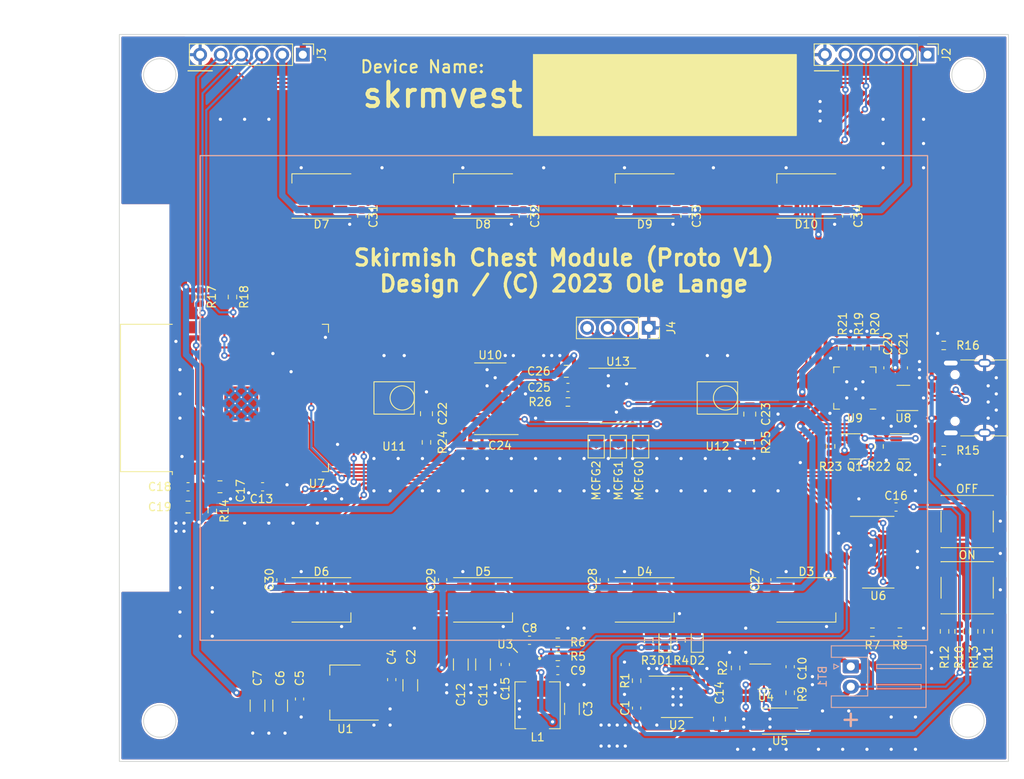
<source format=kicad_pcb>
(kicad_pcb (version 20211014) (generator pcbnew)
  (title_block (title "Skirmish Chest Module") (date "2023-01-29") (rev "Proto V1") (comment 1 "(C) 2023 Ole Lange"))
  (layers (0 "F.Cu" signal) (31 "B.Cu" signal) (34 "B.Paste" user) (35 "F.Paste" user) (36 "B.SilkS" user "B.Silkscreen") (37 "F.SilkS" user "F.Silkscreen") (38 "B.Mask" user) (39 "F.Mask" user) (44 "Edge.Cuts" user))
  (net 0 "")
  (net 1 "BAT_P")
  (net 2 "BAT_N")
  (net 3 "VBUS")
  (net 4 "GND")
  (net 5 "+5V")
  (net 6 "+3V3")
  (net 7 "Net-(C8-Pad1)")
  (net 8 "Net-(C8-Pad2)")
  (net 9 "Net-(C9-Pad2)")
  (net 10 "Net-(C10-Pad2)")
  (net 11 "VBAT_MEASURE")
  (net 12 "ESP_EN")
  (net 13 "Net-(C22-Pad2)")
  (net 14 "Net-(C23-Pad2)")
  (net 15 "LED_CHRG")
  (net 16 "Net-(D1-Pad2)")
  (net 17 "LED_STDBY")
  (net 18 "Net-(D2-Pad2)")
  (net 19 "Net-(D3-Pad2)")
  (net 20 "LED_DIN")
  (net 21 "Net-(D5-Pad2)")
  (net 22 "Net-(D7-Pad2)")
  (net 23 "Net-(J1-PadA5)")
  (net 24 "USB_C_P")
  (net 25 "USB_C_N")
  (net 27 "Net-(J1-PadB5)")
  (net 29 "I2C_SDA")
  (net 30 "I2C_SCL")
  (net 31 "HP_IRQ")
  (net 32 "SWCLK")
  (net 33 "SWDIO")
  (net 34 "NRST")
  (net 35 "MCFG0")
  (net 36 "MCFG1")
  (net 37 "MCFG2")
  (net 38 "Net-(Q1-Pad1)")
  (net 39 "SER_RTS")
  (net 40 "Net-(Q2-Pad1)")
  (net 41 "SER_DTR")
  (net 42 "ESP_IO0")
  (net 43 "Net-(R1-Pad1)")
  (net 44 "Net-(R2-Pad1)")
  (net 45 "Net-(R10-Pad2)")
  (net 46 "Net-(R11-Pad2)")
  (net 47 "PWR_ON")
  (net 48 "PWR_OFF")
  (net 49 "Net-(R19-Pad2)")
  (net 50 "Net-(R21-Pad2)")
  (net 51 "PWR_EN")
  (net 52 "Net-(U4-Pad1)")
  (net 53 "Net-(U4-Pad3)")
  (net 57 "Net-(U6-Pad1)")
  (net 58 "Net-(U6-Pad2)")
  (net 59 "Net-(U6-Pad11)")
  (net 84 "ESP_RXD")
  (net 85 "ESP_TXD")
  (net 87 "USB_N")
  (net 88 "USB_P")
  (net 106 "IR_A")
  (net 107 "IR_B")
  (net 108 "Net-(U10-Pad3)")
  (net 109 "IR_DATA")
  (net 123 "Net-(D4-Pad2)")
  (net 124 "Net-(D8-Pad2)")
  (net 126 "Net-(D6-Pad2)")
  (net 127 "Net-(D10-Pad4)")
  (footprint "Capacitor_SMD:C_0603_1608Metric" (layer "F.Cu") (at 130.5 119 90)
    (fp_text reference "C29")
    (fp_text value "100nF")
  )
  (footprint "Capacitor_SMD:C_0603_1608Metric" (layer "F.Cu") (at 160.5 74 -90)
    (fp_text reference "C33")
    (fp_text value "100nF")
  )
  (footprint "Package_SO:TSSOP-20_4.4x6.5mm_P0.65mm" (layer "F.Cu") (at 152.2 96.2)
    (fp_text reference "U13")
    (fp_text value "STM32G030Fx")
  )
  (footprint "Jumper:SolderJumper-2_P1.3mm_Open_TrianglePad1.0x1.5mm" (layer "F.Cu") (at 155 102.525 -90)
    (fp_text reference "MCFG0")
    (fp_text value "SolderJumper_2_Open")
  )
  (footprint "Connector_PinHeader_2.54mm:PinHeader_1x06_P2.54mm_Vertical" (layer "F.Cu") (at 113.2 54 -90)
    (fp_text reference "J3")
    (fp_text value "Conn_01x06_Male")
  )
  (footprint "LED_SMD:LED_0603_1608Metric" (layer "F.Cu") (at 158 126.499999 90)
    (fp_text reference "D1")
    (fp_text value "CHRG")
  )
  (footprint "Capacitor_SMD:C_0805_2012Metric" (layer "F.Cu") (at 102.95 107.5 180)
    (fp_text reference "C17")
    (fp_text value "10uF")
  )
  (footprint "Connector_PinHeader_2.54mm:PinHeader_1x06_P2.54mm_Vertical" (layer "F.Cu") (at 190.5 54 -90)
    (fp_text reference "J2")
    (fp_text value "Conn_01x06_Male")
  )
  (footprint "LED_SMD:LED_WS2812B_PLCC4_5.0x5.0mm_P3.2mm" (layer "F.Cu") (at 135.5 121.5)
    (fp_text reference "D5")
    (fp_text value "WS2812B")
  )
  (footprint "Capacitor_SMD:C_0603_1608Metric" (layer "F.Cu") (at 185.6 92.775 -90)
    (fp_text reference "C20")
    (fp_text value "100nF")
  )
  (footprint "Package_SO:SO-14_3.9x8.65mm_P1.27mm" (layer "F.Cu") (at 184.4 115.6)
    (fp_text reference "U6")
    (fp_text value "74HC00")
  )
  (footprint "LED_SMD:LED_WS2812B_PLCC4_5.0x5.0mm_P3.2mm" (layer "F.Cu") (at 175.5 121.5)
    (fp_text reference "D3")
    (fp_text value "WS2812B")
  )
  (footprint "Capacitor_SMD:C_0805_2012Metric" (layer "F.Cu") (at 164.75 136.25 -90)
    (fp_text reference "C14")
    (fp_text value "10uF")
  )
  (footprint "Button_Switch_SMD:SW_Push_1P1T_NO_6x6mm_H9.5mm" (layer "F.Cu") (at 195.4 120)
    (fp_text reference "ON")
    (fp_text value "power on")
  )
  (footprint "Resistor_SMD:R_0603_1608Metric" (layer "F.Cu") (at 104.5 84 -90)
    (fp_text reference "R18")
    (fp_text value "4.7kΩ")
  )
  (footprint "Package_TO_SOT_SMD:SOT-223-3_TabPin2" (layer "F.Cu") (at 118.45 132.975 180)
    (fp_text reference "U1")
    (fp_text value "AMS1117-3.3")
  )
  (footprint "Capacitor_SMD:C_0603_1608Metric" (layer "F.Cu") (at 173.5 129.774999 -90)
    (fp_text reference "C10")
    (fp_text value "100nF")
  )
  (footprint "Resistor_SMD:R_0603_1608Metric" (layer "F.Cu") (at 100.5 84 -90)
    (fp_text reference "R17")
    (fp_text value "4.7kΩ")
  )
  (footprint "Capacitor_SMD:C_0805_2012Metric" (layer "F.Cu") (at 128.5 98.449999 -90)
    (fp_text reference "C22")
    (fp_text value "10uF")
  )
  (footprint "RF_Module:ESP32-WROOM-32" (layer "F.Cu") (at 106.5 96.5 90)
    (fp_text reference "U7")
    (fp_text value "ESP32-WROOM-32")
  )
  (footprint "Capacitor_SMD:C_0603_1608Metric" (layer "F.Cu") (at 134.6 102.4)
    (fp_text reference "C24")
    (fp_text value "100nF")
  )
  (footprint "Resistor_SMD:R_0603_1608Metric" (layer "F.Cu") (at 128.5 102 -90)
    (fp_text reference "R24")
    (fp_text value "100Ω")
  )
  (footprint "Jumper:SolderJumper-2_P1.3mm_Open_TrianglePad1.0x1.5mm" (layer "F.Cu") (at 152.25 102.525 -90)
    (fp_text reference "MCFG1")
    (fp_text value "SolderJumper_2_Open")
  )
  (footprint "Jumper:SolderJumper-2_P1.3mm_Open_TrianglePad1.0x1.5mm" (layer "F.Cu") (at 149.5 102.525 -90)
    (fp_text reference "MCFG2")
    (fp_text value "SolderJumper_2_Open")
  )
  (footprint "Resistor_SMD:R_0603_1608Metric" (layer "F.Cu") (at 194.4 125.4 90)
    (fp_text reference "R10")
    (fp_text value "0Ω")
  )
  (footprint "Resistor_SMD:R_0603_1608Metric" (layer "F.Cu") (at 178.5 102.5 90)
    (fp_text reference "R23")
    (fp_text value "10kΩ")
  )
  (footprint "LED_SMD:LED_WS2812B_PLCC4_5.0x5.0mm_P3.2mm" (layer "F.Cu") (at 155.5 121.5)
    (fp_text reference "D4")
    (fp_text value "WS2812B")
  )
  (footprint "Package_SO:SOIC-8-1EP_3.9x4.9mm_P1.27mm_EP2.29x3mm" (layer "F.Cu") (at 159.5 133.5)
    (fp_text reference "U2")
    (fp_text value "TP4056")
  )
  (footprint "olelib:IRM-H6XXT" (layer "F.Cu") (at 124.5 96.5)
    (fp_text reference "U11")
    (fp_text value "IRM-H6XXT")
  )
  (footprint "Capacitor_SMD:C_0603_1608Metric" (layer "F.Cu") (at 108.225 107.5)
    (fp_text reference "C13")
    (fp_text value "100nF")
  )
  (footprint "Resistor_SMD:R_0603_1608Metric" (layer "F.Cu") (at 192.6 125.4 -90)
    (fp_text reference "R12")
    (fp_text value "10kΩ")
  )
  (footprint "Capacitor_SMD:C_0603_1608Metric" (layer "F.Cu") (at 146 95.2 180)
    (fp_text reference "C25")
    (fp_text value "100nF")
  )
  (footprint "Package_TO_SOT_SMD:SOT-23" (layer "F.Cu") (at 181.5 102.5)
    (fp_text reference "Q1")
    (fp_text value "SS8050-G")
  )
  (footprint "Inductor_SMD:L_Sunlord_MWSA05xxS" (layer "F.Cu") (at 142.25 134.549999 90)
    (fp_text reference "L1")
    (fp_text value "1uH")
  )
  (footprint "Connector_USB:USB_C_Receptacle_HRO_TYPE-C-31-M-12" (layer "F.Cu") (at 196.5 96.5 90)
    (fp_text reference "J1" hide)
    (fp_text value "USB_C_Receptacle_USB2.0")
  )
  (footprint "Resistor_SMD:R_0603_1608Metric" (layer "F.Cu") (at 160 126.499999 90)
    (fp_text reference "R4")
    (fp_text value "1kΩ")
  )
  (footprint "Capacitor_SMD:C_0603_1608Metric" (layer "F.Cu") (at 124.2 131.375 -90)
    (fp_text reference "C4")
    (fp_text value "100nF")
  )
  (footprint "Capacitor_SMD:C_1206_3216Metric" (layer "F.Cu") (at 135.499999 129.499999 -90)
    (fp_text reference "C11")
    (fp_text value "22uF")
  )
  (footprint "Capacitor_SMD:C_0603_1608Metric" (layer "F.Cu") (at 186.6 110 180)
    (fp_text reference "C16")
    (fp_text value "100nF")
  )
  (footprint "Capacitor_SMD:C_0603_1608Metric" (layer "F.Cu") (at 144.749999 130.249999 180)
    (fp_text reference "C9")
    (fp_text value "10pF")
  )
  (footprint "Capacitor_SMD:C_0603_1608Metric" (layer "F.Cu") (at 138.25 129.499999 -90)
    (fp_text reference "C15")
    (fp_text value "100nF")
  )
  (footprint "Resistor_SMD:R_0603_1608Metric" (layer "F.Cu") (at 184.5 102.5 -90)
    (fp_text reference "R22")
    (fp_text value "10kΩ")
  )
  (footprint "Resistor_SMD:R_0603_1608Metric" (layer "F.Cu") (at 156 126.499999 90)
    (fp_text reference "R3")
    (fp_text value "1kΩ")
  )
  (footprint "Capacitor_SMD:C_0603_1608Metric" (layer "F.Cu") (at 141.25 126.499999 180)
    (fp_text reference "C8")
    (fp_text value "10nF")
  )
  (footprint "Resistor_SMD:R_0603_1608Metric" (layer "F.Cu") (at 187.075 125.5)
    (fp_text reference "R8")
    (fp_text value "100kΩ")
  )
  (footprint "Resistor_SMD:R_0603_1608Metric" (layer "F.Cu") (at 182 90.325 -90)
    (fp_text reference "R19")
    (fp_text value "47.5kΩ")
  )
  (footprint "Resistor_SMD:R_0603_1608Metric" (layer "F.Cu") (at 192.5 103 180)
    (fp_text reference "R15")
    (fp_text value "5.1kΩ")
  )
  (footprint "Connector_PinSocket_2.54mm:PinSocket_1x04_P2.54mm_Vertical" (layer "F.Cu") (at 156 87.825 -90)
    (fp_text reference "J4")
    (fp_text value "SWD")
  )
  (footprint "Resistor_SMD:R_0603_1608Metric" (layer "F.Cu") (at 102 110.5 90)
    (fp_text reference "R14")
    (fp_text value "10kΩ")
  )
  (footprint "LED_SMD:LED_WS2812B_PLCC4_5.0x5.0mm_P3.2mm" (layer "F.Cu") (at 115.5 121.5)
    (fp_text reference "D6")
    (fp_text value "WS2812B")
  )
  (footprint "Resistor_SMD:R_0603_1608Metric" (layer "F.Cu") (at 144.75 126.749999)
    (fp_text reference "R6")
    (fp_text value "100kΩ")
  )
  (footprint "Resistor_SMD:R_0603_1608Metric" (layer "F.Cu") (at 196.2 125.4 -90)
    (fp_text reference "R13")
    (fp_text value "10kΩ")
  )
  (footprint "Capacitor_SMD:C_1206_3216Metric" (layer "F.Cu") (at 146.5 134.999999 90)
    (fp_text reference "C3")
    (fp_text value "22uF")
  )
  (footprint "Capacitor_SMD:C_1206_3216Metric" (layer "F.Cu") (at 126.5 132.075 -90)
    (fp_text reference "C2")
    (fp_text value "22uF")
  )
  (footprint "Package_DFN_QFN:QFN-28-1EP_5x5mm_P0.5mm_EP3.35x3.35mm" (layer "F.Cu") (at 181.5 95.275 180)
    (fp_text reference "U9")
    (fp_text value "CP2102N-Axx-xQFN28")
  )
  (footprint "Capacitor_SMD:C_0603_1608Metric" (layer "F.Cu") (at 140.5 74 -90)
    (fp_text reference "C32")
    (fp_text value "100nF")
  )
  (footprint "Capacitor_SMD:C_0603_1608Metric" (layer "F.Cu") (at 154.5 134.9 90)
    (fp_text reference "C1")
    (fp_text value "100nF")
  )
  (footprint "Capacitor_SMD:C_0603_1608Metric" (layer "F.Cu") (at 187.5 92.775 -90)
    (fp_text reference "C21")
    (fp_text value "100nF")
  )
  (footprint "Capacitor_SMD:C_0603_1608Metric" (layer "F.Cu") (at 120.5 74 -90)
    (fp_text reference "C31")
    (fp_text value "100nF")
  )
  (footprint "Resistor_SMD:R_0603_1608Metric" (layer "F.Cu") (at 173.5 132.999999 90)
    (fp_text reference "R9")
    (fp_text value "100Ω")
  )
  (footprint "Resistor_SMD:R_0603_1608Metric" (layer "F.Cu") (at 166.75 129.925 90)
    (fp_text reference "R2")
    (fp_text value "1kΩ")
  )
  (footprint "Package_TO_SOT_SMD:SOT-23" (layer "F.Cu") (at 187.562499 102.5)
    (fp_text reference "Q2")
    (fp_text value "SS8050-G")
  )
  (footprint "Package_TO_SOT_SMD:SOT-23-6" (layer "F.Cu") (at 187.5 96.5 180)
    (fp_text reference "U8")
    (fp_text value "USBLC6-2SC6")
  )
  (footprint "Resistor_SMD:R_0603_1608Metric" (layer "F.Cu") (at 192.5 90 180)
    (fp_text reference "R16")
    (fp_text value "5.1kΩ")
  )
  (footprint "Capacitor_SMD:C_0603_1608Metric" (layer "F.Cu") (at 112.8 133.775 -90)
    (fp_text reference "C5")
    (fp_text value "100nF")
  )
  (footprint "Button_Switch_SMD:SW_Push_1P1T_NO_6x6mm_H9.5mm" (layer "F.Cu") (at 195.4 111.8)
    (fp_text reference "OFF")
    (fp_text value "power off")
  )
  (footprint "Capacitor_SMD:C_0805_2012Metric" (layer "F.Cu") (at 145.8 93.2 180)
    (fp_text reference "C26")
    (fp_text value "10uF")
  )
  (footprint "LED_SMD:LED_WS2812B_PLCC4_5.0x5.0mm_P3.2mm" (layer "F.Cu") (at 135.5 71.5 180)
    (fp_text reference "D8")
    (fp_text value "WS2812B")
  )
  (footprint "Package_SO:SO-14_3.9x8.65mm_P1.27mm" (layer "F.Cu") (at 136.4 96.6 180)
    (fp_text reference "U10")
    (fp_text value "74HC00")
  )
  (footprint "Resistor_SMD:R_0603_1608Metric" (layer "F.Cu") (at 168.5 102 -90)
    (fp_text reference "R25")
    (fp_text value "100Ω")
  )
  (footprint "Resistor_SMD:R_0603_1608Metric" (layer "F.Cu") (at 183.675 125.5)
    (fp_text reference "R7")
    (fp_text value "350kΩ")
  )
  (footprint "Resistor_SMD:R_0603_1608Metric" (layer "F.Cu") (at 184 90.325 90)
    (fp_text reference "R20")
    (fp_text value "22kΩ")
  )
  (footprint "Resistor_SMD:R_0603_1608Metric" (layer "F.Cu") (at 154.5 131.499999 90)
    (fp_text reference "R1")
    (fp_text value "1.2kΩ")
  )
  (footprint "Capacitor_SMD:C_0603_1608Metric" (layer "F.Cu") (at 150.5 119 90)
    (fp_text reference "C28")
    (fp_text value "100nF")
  )
  (footprint "Capacitor_SMD:C_0603_1608Metric" (layer "F.Cu") (at 110.5 119 90)
    (fp_text reference "C30")
    (fp_text value "100nF")
  )
  (footprint "Capacitor_SMD:C_0805_2012Metric" (layer "F.Cu") (at 99 110 180)
    (fp_text reference "C19")
    (fp_text value "10uF")
  )
  (footprint "LED_SMD:LED_WS2812B_PLCC4_5.0x5.0mm_P3.2mm" (layer "F.Cu") (at 155.5 71.5 180)
    (fp_text reference "D9")
    (fp_text value "WS2812B")
  )
  (footprint "LED_SMD:LED_WS2812B_PLCC4_5.0x5.0mm_P3.2mm" (layer "F.Cu") (at 175.5 71.5 180)
    (fp_text reference "D10")
    (fp_text value "WS2812B")
  )
  (footprint "Resistor_SMD:R_0603_1608Metric" (layer "F.Cu") (at 180 90.325 -90)
    (fp_text reference "R21")
    (fp_text value "10kΩ")
  )
  (footprint "Capacitor_SMD:C_1206_3216Metric" (layer "F.Cu") (at 132.75 129.499999 -90)
    (fp_text reference "C12")
    (fp_text value "22uF")
  )
  (footprint "LED_SMD:LED_0603_1608Metric" (layer "F.Cu") (at 162 126.499999 90)
    (fp_text reference "D2")
    (fp_text value "STDBY")
  )
  (footprint "Resistor_SMD:R_0603_1608Metric" (layer "F.Cu") (at 146 97)
    (fp_text reference "R26")
    (fp_text value "10kΩ")
  )
  (footprint "Package_SO:TSSOP-8_4.4x3mm_P0.65mm" (layer "F.Cu") (at 172.25 136.5 180)
    (fp_text reference "U5")
    (fp_text value "FS8205A")
  )
  (footprint "Resistor_SMD:R_0603_1608Metric" (layer "F.Cu") (at 198 125.4 90)
    (fp_text reference "R11")
    (fp_text value "0Ω")
  )
  (footprint "Capacitor_SMD:C_1206_3216Metric" (layer "F.Cu") (at 107.6 134.6 -90)
    (fp_text reference "C7")
    (fp_text value "22uF")
  )
  (footprint "olelib:IRM-H6XXT" (layer "F.Cu") (at 164.5 96.5)
    (fp_text reference "U12")
    (fp_text value "IRM-H6XXT")
  )
  (footprint "Capacitor_SMD:C_0603_1608Metric" (layer "F.Cu") (at 170.6 119 90)
    (fp_text reference "C27")
    (fp_text value "100nF")
  )
  (footprint "Resistor_SMD:R_0603_1608Metric" (layer "F.Cu") (at 144.75 128.499999 180)
    (fp_text reference "R5")
    (fp_text value "316kΩ")
  )
  (footprint "Capacitor_SMD:C_0603_1608Metric" (layer "F.Cu") (at 180.5 74 -90)
    (fp_text reference "C34")
    (fp_text value "100nF")
  )
  (footprint "Capacitor_SMD:C_1206_3216Metric" (layer "F.Cu") (at 110.4 134.6 -90)
    (fp_text reference "C6")
    (fp_text value "22uF")
  )
  (footprint "TPS61230ARNSR:IC_TPS61230ARNSR" (layer "F.Cu") (at 140.75 129.499999 -90)
    (fp_text reference "U3")
    (fp_text value "TPS61230ARNSR")
  )
  (footprint "LED_SMD:LED_WS2812B_PLCC4_5.0x5.0mm_P3.2mm" (layer "F.Cu") (at 115.5 71.5 180)
    (fp_text reference "D7")
    (fp_text value "WS2812B")
  )
  (footprint "Capacitor_SMD:C_0805_2012Metric" (layer "F.Cu") (at 168.5 98.5 -90)
    (fp_text reference "C23")
    (fp_text value "10uF")
  )
  (footprint "Package_TO_SOT_SMD:SOT-23-6" (layer "F.Cu") (at 170.3 130.999999)
    (fp_text reference "U4")
    (fp_text value "DW01")
  )
  (footprint "Capacitor_SMD:C_0603_1608Metric" (layer "F.Cu") (at 99 107.5 180)
    (fp_text reference "C18")
    (fp_text value "100nF")
  )
  (footprint "Connector_JST:JST_XH_S2B-XH-A_1x02_P2.50mm_Horizontal" (layer "B.Cu") (at 181 129.75 -90)
    (fp_text reference "BT1")
    (fp_text value "606090")
  )
  (gr_rect (start 100.5 66.5) (end 190.5 126.5) (layer "B.SilkS") (width 0.15) (fill none))
  (gr_line (start 99 56) (end 102 56) (layer "F.SilkS") (width 0.15))
  (gr_rect (start 141.75 54) (end 174.25 64) (layer "F.SilkS") (width 0.15) (fill solid))
  (gr_line (start 139.250001 127.499999) (end 139.75 127.999999) (layer "F.SilkS") (width 0.15))
  (gr_line (start 176.5 56) (end 179.5 56) (layer "F.SilkS") (width 0.15))
  (gr_circle (center 195.5 56.5) (end 197.5 56.5) (layer "Edge.Cuts") (width 0.1) (fill none))
  (gr_rect (start 90.5 141.5) (end 200.5 51.5) (layer "Edge.Cuts") (width 0.1) (fill none))
  (gr_circle (center 95.5 136.5) (end 97.5 136.5) (layer "Edge.Cuts") (width 0.1) (fill none))
  (gr_circle (center 195.5 136.5) (end 197.5 136.5) (layer "Edge.Cuts") (width 0.1) (fill none))
  (gr_circle (center 95.5 56.5) (end 97.5 56.5) (layer "Edge.Cuts") (width 0.1) (fill none))
  (gr_text "+" (at 181 136.5 180) (layer "B.SilkS") (effects (font (size 2 2) (thickness 0.3)) (justify mirror)))
  (gr_text "Device Name:" (at 128 55.5) (layer "F.SilkS") (effects (font (size 1.5 1.5) (thickness 0.25))))
  (gr_text "Skirmish Chest Module (Proto V1)\nDesign / (C) 2023 Ole Lange" (at 145.5 80.75) (layer "F.SilkS") (effects (font (size 2 2) (thickness 0.4))))
  (gr_text "skrmvest" (at 130.5 59) (layer "F.SilkS") (effects (font (size 3 3) (thickness 0.5))))
  (segment (start 164.645 135.405) (end 164.75 135.3) (width 0.762) (layer "F.Cu") (net 1))
  (segment (start 161.975 135.405) (end 164.645 135.405) (width 0.762) (layer "F.Cu") (net 1))
  (segment (start 173.5 133.824999) (end 179.675001 133.824999) (width 0.762) (layer "F.Cu") (net 1))
  (segment (start 187.375 110) (end 187.375 111.79) (width 0.254) (layer "F.Cu") (net 1))
  (segment (start 164.75 135.3) (end 162 135.3) (width 0.762) (layer "F.Cu") (net 1))
  (segment (start 198 126.225) (end 198 129.75) (width 0.254) (layer "F.Cu") (net 1))
  (segment (start 187.375 111.79) (end 186.875 111.79) (width 0.254) (layer "F.Cu") (net 1))
  (segment (start 182.85 125.5) (end 182.85 127.6) (width 0.254) (layer "F.Cu") (net 1))
  (segment (start 182.85 127.6) (end 183.75 128.5) (width 0.254) (layer "F.Cu") (net 1))
  (segment (start 173.5 133.824999) (end 173.444001 133.769) (width 0.762) (layer "F.Cu") (net 1))
  (segment (start 141.65 130.249999) (end 142.4735 130.249999) (width 0.254) (layer "F.Cu") (net 1))
  (segment (start 159 138.3) (end 148.325001 138.3) (width 0.762) (layer "F.Cu") (net 1))
  (segment (start 166.281 133.769) (end 164.75 135.3) (width 0.762) (layer "F.Cu") (net 1))
  (segment (start 173.444001 133.769) (end 166.281 133.769) (width 0.762) (layer "F.Cu") (net 1))
  (segment (start 198 129.75) (end 197.25 130.5) (width 0.254) (layer "F.Cu") (net 1))
  (segment (start 197.25 130.5) (end 194.5 130.5) (width 0.254) (layer "F.Cu") (net 1))
  (segment (start 188.75 110) (end 187.375 110) (width 0.254) (layer "F.Cu") (net 1))
  (segment (start 142.4735 130.249999) (end 142.7 130.476499) (width 0.254) (layer "F.Cu") (net 1))
  (segment (start 179.675001 133.824999) (end 181 132.5) (width 0.762) (layer "F.Cu") (net 1))
  (segment (start 148.325001 138.3) (end 146.5 136.474999) (width 0.762) (layer "F.Cu") (net 1))
  (segment (start 194.4 130.4) (end 194.5 130.5) (width 0.254) (layer "F.Cu") (net 1))
  (segment (start 181 132.5) (end 181 132.25) (width 0.762) (layer "F.Cu") (net 1))
  (segment (start 162 135.3) (end 159 138.3) (width 0.762) (layer "F.Cu") (net 1))
  (segment (start 194.4 126.225) (end 194.4 130.4) (width 0.254) (layer "F.Cu") (net 1))
  (via (at 194.5 130.5) (size 0.8) (drill 0.4) (layers "F.Cu" "B.Cu") (net 1))
  (via (at 142.7 130.476499) (size 0.8) (drill 0.4) (layers "F.Cu" "B.Cu") (net 1))
  (via (at 144.1 136.6) (size 0.8) (drill 0.4) (layers "F.Cu" "B.Cu") (net 1))
  (via (at 183.75 128.5) (size 0.8) (drill 0.4) (layers "F.Cu" "B.Cu") (net 1))
  (via (at 188.75 110) (size 0.8) (drill 0.4) (layers "F.Cu" "B.Cu") (net 1))
  (segment (start 142.7 130.476499) (end 142.7 135.2) (width 0.508) (layer "B.Cu") (net 1))
  (segment (start 183.75 128.5) (end 183.75 132.25) (width 0.254) (layer "B.Cu") (net 1))
  (segment (start 142.7 135.2) (end 144.1 136.6) (width 0.508) (layer "B.Cu") (net 1))
  (segment (start 192.75 132.25) (end 183.75 132.25) (width 0.254) (layer "B.Cu") (net 1))
  (segment (start 193.5 110) (end 188.75 110) (width 0.254) (layer "B.Cu") (net 1))
  (segment (start 194.5 130.5) (end 192.75 132.25) (width 0.254) (layer "B.Cu") (net 1))
  (segment (start 183.75 132.25) (end 181 132.25) (width 0.254) (layer "B.Cu") (net 1))
  (segment (start 194.5 130.5) (end 194.5 111) (width 0.254) (layer "B.Cu") (net 1))
  (segment (start 194.5 111) (end 193.5 110) (width 0.254) (layer "B.Cu") (net 1))
  (segment (start 182.75 136.5) (end 175 136.5) (width 0.762) (layer "F.Cu") (net 2))
  (segment (start 180.249999 128.999999) (end 181 129.75) (width 0.508) (layer "F.Cu") (net 2))
  (segment (start 172.45 130.049999) (end 173.5 128.999999) (width 0.508) (layer "F.Cu") (net 2))
  (segment (start 183.5 135.75) (end 182.75 136.5) (width 0.762) (layer "F.Cu") (net 2))
  (segment (start 171.4375 130.049999) (end 172.45 130.049999) (width 0.508) (layer "F.Cu") (net 2))
  (segment (start 181 129.75) (end 182.5 129.75) (width 0.762) (layer "F.Cu") (net 2))
  (segment (start 182.5 129.75) (end 183.5 130.75) (width 0.762) (layer "F.Cu") (net 2))
  (segment (start 173.5 128.999999) (end 180.249999 128.999999) (width 0.508) (layer "F.Cu") (net 2))
  (segment (start 183.5 130.75) (end 183.5 135.75) (width 0.762) (layer "F.Cu") (net 2))
  (segment (start 159.3 127.4) (end 159.924999 127.4) (width 0.508) (layer "F.Cu") (net 3))
  (segment (start 187.5 96.75) (end 187.5 98.75) (width 0.25) (layer "F.Cu") (net 3))
  (segment (start 187.25 96.5) (end 187.5 96.75) (width 0.25) (layer "F.Cu") (net 3))
  (segment (start 161.975 129.299999) (end 160 127.324999) (width 0.508) (layer "F.Cu") (net 3))
  (segment (start 161.975 131.595) (end 161.975 129.299999) (width 0.508) (layer "F.Cu") (net 3))
  (segment (start 189 89.5) (end 191 91.5) (width 0.508) (layer "F.Cu") (net 3))
  (segment (start 184 89.5) (end 189 89.5) (width 0.508) (layer "F.Cu") (net 3))
  (segment (start 187.5 98.75) (end 187.75 99) (width 0.25) (layer "F.Cu") (net 3))
  (segment (start 187.75 99) (end 191 99) (width 0.25) (layer "F.Cu") (net 3))
  (segment (start 154.77 135.405) (end 154.5 135.675) (width 0.508) (layer "F.Cu") (net 3))
  (segment (start 192.455 98.95) (end 191.05 98.95) (width 0.508) (layer "F.Cu") (net 3))
  (segment (start 191.05 98.95) (end 191 99) (width 0.508) (layer "F.Cu") (net 3))
  (segment (start 192.455 94.05) (end 191.05 94.05) (width 0.508) (layer "F.Cu") (net 3))
  (segment (start 186.3625 96.5) (end 187.25 96.5) (width 0.25) (layer "F.Cu") (net 3))
  (segment (start 156 127.324999) (end 155.175001 127.324999) (width 0.508) (layer "F.Cu") (net 3))
  (segment (start 191.05 94.05) (end 191 94) (width 0.508) (layer "F.Cu") (net 3))
  (segment (start 159.924999 127.4) (end 160 127.324999) (width 0.508) (layer "F.Cu") (net 3))
  (segment (start 155.175001 127.324999) (end 155.1 127.4) (width 0.508) (layer "F.Cu") (net 3))
  (segment (start 191 91.5) (end 191 94) (width 0.508) (layer "F.Cu") (net 3))
  (segment (start 157.025 135.405) (end 154.77 135.405) (width 0.508) (layer "F.Cu") (net 3))
  (segment (start 154.5 137) (end 154.5 135.675) (width 0.508) (layer "F.Cu") (net 3))
  (via (at 191 99) (size 0.8) (drill 0.4) (layers "F.Cu" "B.Cu") (net 3))
  (via (at 159.3 127.4) (size 0.8) (drill 0.4) (layers "F.Cu" "B.Cu") (net 3))
  (via (at 154.5 137) (size 0.8) (drill 0.4) (layers "F.Cu" "B.Cu") (net 3))
  (via (at 191 94) (size 0.8) (drill 0.4) (layers "F.Cu" "B.Cu") (net 3))
  (via (at 155.1 127.4) (size 0.8) (drill 0.4) (layers "F.Cu" "B.Cu") (net 3))
  (segment (start 191 106.4) (end 195.4 110.8) (width 0.508) (layer "B.Cu") (net 3))
  (segment (start 195.4 131.7) (end 188.996 138.104) (width 0.508) (layer "B.Cu") (net 3))
  (segment (start 188.996 138.104) (end 155.604 138.104) (width 0.508) (layer "B.Cu") (net 3))
  (segment (start 191 94) (end 191 99) (width 0.508) (layer "B.Cu") (net 3))
  (segment (start 195.4 110.8) (end 195.4 131.7) (width 0.508) (layer "B.Cu") (net 3))
  (segment (start 191 99) (end 191 106.4) (width 0.508) (layer "B.Cu") (net 3))
  (segment (start 155.604 138.104) (end 154.5 137) (width 0.508) (layer "B.Cu") (net 3))
  (segment (start 151.8 134.3) (end 151.8 128.5) (width 0.508) (layer "B.Cu") (net 3))
  (segment (start 154.5 137) (end 151.8 134.3) (width 0.508) (layer "B.Cu") (net 3))
  (segment (start 151.8 128.5) (end 152.9 127.4) (width 0.508) (layer "B.Cu") (net 3))
  (segment (start 155.1 127.4) (end 159.3 127.4) (width 0.508) (layer "B.Cu") (net 3))
  (segment (start 152.9 127.4) (end 155.1 127.4) (width 0.508) (layer "B.Cu") (net 3))
  (segment (start 183.95 95.775) (end 182 95.775) (width 0.254) (layer "F.Cu") (net 4))
  (segment (start 182 95.775) (end 181.6125 95.3875) (width 0.254) (layer "F.Cu") (net 4))
  (segment (start 181.6125 95.3875) (end 181.5 95.275) (width 0.254) (layer "F.Cu") (net 4))
  (via (at 118 124.8) (size 0.8) (drill 0.4) (layers "F.Cu" "B.Cu") (net 4))
  (via (at 109 62) (size 0.8) (drill 0.4) (layers "F.Cu" "B.Cu") (net 4))
  (via (at 157 104) (size 0.8) (drill 0.4) (layers "F.Cu" "B.Cu") (net 4))
  (via (at 130 108) (size 0.8) (drill 0.4) (layers "F.Cu" "B.Cu") (net 4))
  (via (at 109.5 91) (size 0.8) (drill 0.4) (layers "F.Cu" "B.Cu") (net 4))
  (via (at 166 104) (size 0.8) (drill 0.4) (layers "F.Cu" "B.Cu") (net 4))
  (via (at 190 96.5) (size 0.8) (drill 0.4) (layers "F.Cu" "B.Cu") (net 4))
  (via (at 148 132) (size 0.8) (drill 0.4) (layers "F.Cu" "B.Cu") (net 4))
  (via (at 198 99) (size 0.8) (drill 0.4) (layers "F.Cu" "B.Cu") (net 4))
  (via (at 178 124.8) (size 0.8) (drill 0.4) (layers "F.Cu" "B.Cu") (net 4))
  (via (at 113 136) (size 0.8) (drill 0.4) (layers "F.Cu" "B.Cu") (net 4))
  (via (at 168 125) (size 0.8) (drill 0.4) (layers "F.Cu" "B.Cu") (net 4))
  (via (at 164 68) (size 0.8) (drill 0.4) (layers "F.Cu" "B.Cu") (net 4))
  (via (at 180.75 135.25) (size 0.8) (drill 0.4) (layers "F.Cu" "B.Cu") (net 4))
  (via (at 183 140) (size 0.8) (drill 0.4) (layers "F.Cu" "B.Cu") (net 4))
  (via (at 190 125) (size 0.8) (drill 0.4) (layers "F.Cu" "B.Cu") (net 4))
  (via (at 189.5 93) (size 0.8) (drill 0.4) (layers "F.Cu" "B.Cu") (net 4))
  (via (at 151.1 139.6) (size 0.8) (drill 0.4) (layers "F.Cu" "B.Cu") (net 4))
  (via (at 159.8 123.2) (size 0.8) (drill 0.4) (layers "F.Cu" "B.Cu") (net 4))
  (via (at 160 134.5) (size 0.8) (drill 0.4) (layers "F.Cu" "B.Cu") (net 4))
  (via (at 163 104) (size 0.8) (drill 0.4) (layers "F.Cu" "B.Cu") (net 4))
  (via (at 137 132) (size 0.8) (drill 0.4) (layers "F.Cu" "B.Cu") (net 4))
  (via (at 111.75 93.25) (size 0.8) (drill 0.4) (layers "F.Cu" "B.Cu") (net 4))
  (via (at 180.5 94.5) (size 0.8) (drill 0.4) (layers "F.Cu" "B.Cu") (net 4))
  (via (at 113 118) (size 0.8) (drill 0.4) (layers "F.Cu" "B.Cu") (net 4))
  (via (at 173 68) (size 0.8) (drill 0.4) (layers "F.Cu" "B.Cu") (net 4))
  (via (at 171 137.25) (size 0.8) (drill 0.4) (layers "F.Cu" "B.Cu") (net 4))
  (via (at 171 140) (size 0.8) (drill 0.4) (layers "F.Cu" "B.Cu") (net 4))
  (via (at 168 128) (size 0.8) (drill 0.4) (layers "F.Cu" "B.Cu") (net 4))
  (via (at 134 133) (size 0.8) (drill 0.4) (layers "F.Cu" "B.Cu") (net 4))
  (via (at 178.495196 91.578277) (size 0.8) (drill 0.4) (layers "F.Cu" "B.Cu") (net 4))
  (via (at 139 104) (size 0.8) (drill 0.4) (layers "F.Cu" "B.Cu") (net 4))
  (via (at 98.25 103.75) (size 0.8) (drill 0.4) (layers "F.Cu" "B.Cu") (net 4))
  (via (at 119 75) (size 0.8) (drill 0.4) (layers "F.Cu" "B.Cu") (net 4))
  (via (at 177.2 61) (size 0.8) (drill 0.4) (layers "F.Cu" "B.Cu") (net 4))
  (via (at 185.4 104.2) (size 0.8) (drill 0.4) (layers "F.Cu" "B.Cu") (net 4))
  (via (at 102 120) (size 0.8) (drill 0.4) (layers "F.Cu" "B.Cu") (net 4))
  (via (at 113 68) (size 0.8) (drill 0.4) (layers "F.Cu" "B.Cu") (net 4))
  (via (at 142 99) (size 0.8) (drill 0.4) (layers "F.Cu" "B.Cu") (net 4))
  (via (at 172 108) (size 0.8) (drill 0.4) (layers "F.Cu" "B.Cu") (net 4))
  (via (at 174.75 104.5) (size 0.8) (drill 0.4) (layers "F.Cu" "B.Cu") (net 4))
  (via (at 163.25 91.25) (size 0.8) (drill 0.4) (layers "F.Cu" "B.Cu") (net 4))
  (via (at 182 109) (size 0.8) (drill 0.4) (layers "F.Cu" "B.Cu") (net 4))
  (via (at 199.5 115.75) (size 0.8) (drill 0.4) (layers "F.Cu" "B.Cu") (net 4))
  (via (at 98 96) (size 0.8) (drill 0.4) (layers "F.Cu" "B.Cu") (net 4))
  (via (at 148 125) (size 0.8) (drill 0.4) (layers "F.Cu" "B.Cu") (net 4))
  (via (at 165.75 91.25) (size 0.8) (drill 0.4) (layers "F.Cu" "B.Cu") (net 4))
  (via (at 107 138) (size 0.8) (drill 0.4) (layers "F.Cu" "B.Cu") (net 4))
  (via (at 138 124.8) (size 0.8) (drill 0.4) (layers "F.Cu" "B.Cu") (net 4))
  (via (at 117.5 102.25) (size 0.8) (drill 0.4) (layers "F.Cu" "B.Cu") (net 4))
  (via (at 137 133) (size 0.8) (drill 0.4) (layers "F.Cu" "B.Cu") (net 4))
  (via (at 133 104) (size 0.8) (drill 0.4) (layers "F.Cu" "B.Cu") (net 4))
  (via (at 183.5 114.75) (size 0.8) (drill 0.4) (layers "F.Cu" "B.Cu") (net 4))
  (via (at 177.2 59.8) (size 0.8) (drill 0.4) (layers "F.Cu" "B.Cu") (net 4))
  (via (at 189 100) (size 0.8) (drill 0.4) (layers "F.Cu" "B.Cu") (net 4))
  (via (at 159 133.5) (size 0.8) (drill 0.4) (layers "F.Cu" "B.Cu") (net 4))
  (via (at 172 98.5) (size 0.8) (drill 0.4) (layers "F.Cu" "B.Cu") (net 4))
  (via (at 176.25 132) (size 0.8) (drill 0.4) (layers "F.Cu" "B.Cu") (net 4))
  (via (at 180.5 96.5) (size 0.8) (drill 0.4) (layers "F.Cu" "B.Cu") (net 4))
  (via (at 181.6125 95.3875) (size 0.8) (drill 0.4) (layers "F.Cu" "B.Cu") (net 4))
  (via (at 138.25 91.25) (size 0.8) (drill 0.4) (layers "F.Cu" "B.Cu") (net 4))
  (via (at 159 75) (size 0.8) (drill 0.4) (layers "F.Cu" "B.Cu") (net 4))
  (via (at 189 136) (size 0.8) (drill 0.4) (layers "F.Cu" "B.Cu") (net 4))
  (via (at 97.5 89.5) (size 0.8) (drill 0.4) (layers "F.Cu" "B.Cu") (net 4))
  (via (at 153.1 139.6) (size 0.8) (drill 0.4) (layers "F.Cu" "B.Cu") (net 4))
  (via (at 127 125) (size 0.8) (drill 0.4) (layers "F.Cu" "B.Cu") (net 4))
  (via (at 98 93) (size 0.8) (drill 0.4) (layers "F.Cu" "B.Cu") (net 4))
  (via (at 190 65) (size 0.8) (drill 0.4) (layers "F.Cu" "B.Cu") (net 4))
  (via (at 177.2 62.2) (size 0.8) (drill 0.4) (layers "F.Cu" "B.Cu") (net 4))
  (via (at 145 104) (size 0.8) (drill 0.4) (layers "F.Cu" "B.Cu") (net 4))
  (via (at 167 140) (size 0.8) (drill 0.4) (layers "F.Cu" "B.Cu") (net 4))
  (via (at 151 93.75) (size 0.8) (drill 0.4) (layers "F.Cu" "B.Cu") (net 4))
  (via (at 148 108) (size 0.8) (drill 0.4) (layers "F.Cu" "B.Cu") (net 4))
  (via (at 123.25 91.25) (size 0.8) (drill 0.4) (layers "F.Cu" "B.Cu") (net 4))
  (via (at 189.25 117.5) (size 0.8) (drill 0.4) (layers "F.Cu" "B.Cu") (net 4))
  (via (at 146 132) (size 0.8) (drill 0.4) (layers "F.Cu" "B.Cu") (net 4))
  (via (at 128 104) (size 0.8) (drill 0.4) (layers "F.Cu" "B.Cu") (net 4))
  (via (at 199 100) (size 0.8) (drill 0.4) (layers "F.Cu" "B.Cu") (net 4))
  (via (at 189.5 92) (size 0.8) (drill 0.4) (layers "F.Cu" "B.Cu") (net 4))
  (via (at 115 112) (size 0.8) (drill 0.4) (layers "F.Cu" "B.Cu") (net 4))
  (via (at 143 91.25) (size 0.8) (drill 0.4) (layers "F.Cu" "B.Cu") (net 4))
  (via (at 153.25 94.75) (size 0.8) (drill 0.4) (layers "F.Cu" "B.Cu") (net 4))
  (via (at 169 108) (size 0.8) (drill 0.4) (layers "F.Cu" "B.Cu") (net 4))
  (via (at 140 134) (size 0.8) (drill 0.4) (layers "F.Cu" "B.Cu") (net 4))
  (via (at 98 99) (size 0.8) (drill 0.4) (layers "F.Cu" "B.Cu") (net 4))
  (via (at 97.5 113) (size 0.8) (drill 0.4) (layers "F.Cu" "B.Cu") (net 4))
  (via (at 153 133.2) (size 0.8) (drill 0.4) (layers "F.Cu" "B.Cu") (net 4))
  (via (at 180 140) (size 0.8) (drill 0.4) (layers "F.Cu" "B.Cu") (net 4))
  (via (at 152.1 137) (size 0.8) (drill 0.4) (layers "F.Cu" "B.Cu") (net 4))
  (via (at 111.25 107.25) (size 0.8) (drill 0.4) (layers "F.Cu" "B.Cu") (net 4))
  (via (at 111 138) (size 0.8) (drill 0.4) (layers "F.Cu" "B.Cu") (net 4))
  (via (at 124 137) (size 0.8) (drill 0.4) (layers "F.Cu" "B.Cu") (net 4))
  (via (at 156 130) (size 0.8) (drill 0.4) (layers "F.Cu" "B.Cu") (net 4))
  (via (at 140 136) (size 0.8) (drill 0.4) (layers "F.Cu" "B.Cu") (net 4))
  (via (at 186 140) (size 0.8) (drill 0.4) (layers "F.Cu" "B.Cu") (net 4))
  (via (at 137 94) (size 0.8) (drill 0.4) (layers "F.Cu" "B.Cu") (net 4))
  (via (at 106 112) (size 0.8) (drill 0.4) (layers "F.Cu" "B.Cu") (net 4))
  (via (at 189.5 94) (size 0.8) (drill 0.4) (layers "F.Cu" "B.Cu") (net 4))
  (via (at 123 68) (size 0.8) (drill 0.4) (layers "F.Cu" "B.Cu") (net 4))
  (via (at 169 140) (size 0.8) (drill 0.4) (layers "F.Cu" "B.Cu") (net 4))
  (via (at 190 68) (size 0.8) (drill 0.4) (layers "F.Cu" "B.Cu") (net 4))
  (via (at 191 128) (size 0.8) (drill 0.4) (layers "F.Cu" "B.Cu") (net 4))
  (via (at 192 104.75) (size 0.8) (drill 0.4) (layers "F.Cu" "B.Cu") (net 4))
  (via (at 153 118) (size 0.8) (drill 0.4) (layers "F.Cu" "B.Cu") (net 4))
  (via (at 106 62) (size 0.8) (drill 0.4) (layers "F.Cu" "B.Cu") (net 4))
  (via (at 157 130) (size 0.8) (drill 0.4) (layers "F.Cu" "B.Cu") (net 4))
  (via (at 154 104) (size 0.8) (drill 0.4) (layers "F.Cu" "B.Cu") (net 4))
  (via (at 153 68) (size 0.8) (drill 0.4) (layers "F.Cu" "B.Cu") (net 4))
  (via (at 152 98.25) (size 0.8) (drill 0.4) (layers "F.Cu" "B.Cu") (net 4))
  (via (at 163.2 130) (size 0.8) (drill 0.4) (layers "F.Cu" "B.Cu") (net 4))
  (via (at 152.1 139.6) (size 0.8) (drill 0.4) (layers "F.Cu" "B.Cu") (net 4))
  (via (at 157 137) (size 0.8) (drill 0.4) (layers "F.Cu" "B.Cu") (net 4))
  (via (at 160 133.5) (size 0.8) (drill 0.4) (layers "F.Cu" "B.Cu") (net 4))
  (via (at 191 130) (size 0.8) (drill 0.4) (layers "F.Cu" "B.Cu") (net 4))
  (via (at 116 89) (size 0.8) (drill 0.4) (layers "F.Cu" "B.Cu") (net 4))
  (via (at 189 106) (size 0.8) (drill 0.4) (layers "F.Cu" "B.Cu") (net 4))
  (via (at 169 104) (size 0.8) (drill 0.4) (layers "F.Cu" "B.Cu") (net 4))
  (via (at 133 118) (size 0.8) (drill 0.4) (layers "F.Cu" "B.Cu") (net 4))
  (via (at 199.5 120.25) (size 0.8) (drill 0.4) (layers "F.Cu" "B.Cu") (net 4))
  (via (at 148 104) (size 0.8) (drill 0.4) (layers "F.Cu" "B.Cu") (net 4))
  (via (at 150.1 139.6) (size 0.8) (drill 0.4) (layers "F.Cu" "B.Cu") (net 4))
  (via (at 185 65) (size 0.8) (drill 0.4) (layers "F.Cu" "B.Cu") (net 4))
  (via (at 166 128) (size 0.8) (drill 0.4) (layers "F.Cu" "B.Cu") (net 4))
  (via (at 198 95) (size 0.8) (drill 0.4) (layers "F.Cu" "B.Cu") (net 4))
  (via (at 159 132.5) (size 0.8) (drill 0.4) (layers "F.Cu" "B.Cu") (net 4))
  (via (at 179.5 113.25) (size 0.8) (drill 0.4) (layers "F.Cu" "B.Cu") (net 4))
  (via (at 178.418366 98.403379) (size 0.8) (drill 0.4) (layers "F.Cu" "B.Cu") (net 4))
  (via (at 185 62) (size 0.8) (drill 0.4) (layers "F.Cu" "B.Cu") (net 4))
  (via (at 104.25 109) (size 0.8) (drill 0.4) (layers "F.Cu" "B.Cu") (net 4))
  (via (at 191.75 88.5) (size 0.8) (drill 0.4) (layers "F.Cu" "B.Cu") (net 4))
  (via (at 199 96) (size 0.8) (drill 0.4) (layers "F.Cu" "B.Cu") (net 4))
  (via (at 136 108) (size 0.8) (drill 0.4) (layers "F.Cu" "B.Cu") (net 4))
  (via (at 163 108) (size 0.8) (drill 0.4) (layers "F.Cu" "B.Cu") (net 4))
  (via (at 122 137) (size 0.8) (drill 0.4) (layers "F.Cu" "B.Cu") (net 4))
  (via (at 177 140) (size 0.8) (drill 0.4) (layers "F.Cu" "B.Cu") (net 4))
  (via (at 199.5 111.75) (size 0.8) (drill 0.4) (layers "F.Cu" "B.Cu") (net 4))
  (via (at 131 132) (size 0.8) (drill 0.4) (layers "F.Cu" "B.Cu") (net 4))
  (via (at 98.5 112) (size 0.8) (drill 0.4) (layers "F.Cu" "B.Cu") (net 4))
  (via (at 199 98) (size 0.8) (drill 0.4) (layers "F.Cu" "B.Cu") (net 4))
  (via (at 142 108) (size 0.8) (drill 0.4) (layers "F.Cu" "B.Cu") (net 4))
  (via (at 179 75) (size 0.8) (drill 0.4) (layers "F.Cu" "B.Cu") (net 4))
  (via (at 182.5 94.5) (size 0.8) (drill 0.4) (layers "F.Cu" "B.Cu") (net 4))
  (via (at 189.25 115.5) (size 0.8) (drill 0.4) (layers "F.Cu" "B.Cu") (net 4))
  (via (at 136 93) (size 0.8) (drill 0.4) (layers "F.Cu" "B.Cu") (net 4))
  (via (at 125 104) (size 0.8) (drill 0.4) (layers "F.Cu" "B.Cu") (net 4))
  (via (at 186 136) (size 0.8) (drill 0.4) (layers "F.Cu" "B.Cu") (net 4))
  (via (at 177.5 135.25) (size 0.8) (drill 0.4) (layers "F.Cu" "B.Cu") (net 4))
  (via (at 160 108) (size 0.8) (drill 0.4) (layers "F.Cu" "B.Cu") (net 4))
  (via (at 131 133) (size 0.8) (drill 0.4) (layers "F.Cu" "B.Cu") (net 4))
  (via (at 182.5 96.5) (size 0.8) (drill 0.4) (layers "F.Cu" "B.Cu") (net 4))
  (via (at 122 104) (size 0.8) (drill 0.4) (layers "F.Cu" "B.Cu") (net 4))
  (via (at 173 118) (size 0.8) (drill 0.4) (layers "F.Cu" "B.Cu") (net 4))
  (via (at 109 112) (size 0.8) (drill 0.4) (layers "F.Cu" "B.Cu") (net 4))
  (via (at 183 88.25) (size 0.8) (drill 0.4) (layers "F.Cu" "B.Cu") (net 4))
  (via (at 160 132.5) (size 0.8) (drill 0.4) (layers "F.Cu" "B.Cu") (net 4))
  (via (at 122 108) (size 0.8) (drill 0.4) (layers "F.Cu" "B.Cu") (net 4))
  (via (at 98 126) (size 0.8) (drill 0.4) (layers "F.Cu" "B.Cu") (net 4))
  (via (at 139.25 91.25) (size 0.8) (drill 0.4) (layers "F.Cu" "B.Cu") (net 4))
  (via (at 102 126) (size 0.8) (drill 0.4) (layers "F.Cu" "B.Cu") (net 4))
  (via (at 136 95) (size 0.8) (drill 0.4) (layers "F.Cu" "B.Cu") (net 4))
  (via (at 151 104) (size 0.8) (drill 0.4) (layers "F.Cu" "B.Cu") (net 4))
  (via (at 185 68) (size 0.8) (drill 0.4) (layers "F.Cu" "B.Cu") (net 4))
  (via (at 98 120) (size 0.8) (drill 0.4) (layers "F.Cu" "B.Cu") (net 4))
  (via (at 150.1 137) (size 0.8) (drill 0.4) (layers "F.Cu" "B.Cu") (net 4))
  (via (at 185 99) (size 0.8) (drill 0.4) (layers "F.Cu" "B.Cu") (net 4))
  (via (at 176.25 131) (size 0.8) (drill 0.4) (layers "F.Cu" "B.Cu") (net 4))
  (via (at 157 108) (size 0.8) (drill 0.4) (layers "F.Cu" "B.Cu") (net 4))
  (via (at 118 109) (size 0.8) (drill 0.4) (layers "F.Cu" "B.Cu") (net 4))
  (via (at 140 135) (size 0.8) (drill 0.4) (layers "F.Cu" "B.Cu") (net 4))
  (via (at 124 135) (size 0.8) (drill 0.4) (layers "F.Cu" "B.Cu") (net 4))
  (via (at 98 123) (size 0.8) (drill 0.4) (layers "F.Cu" "B.Cu") (net 4))
  (via (at 167.75 136.25) (size 0.8) (drill 0.4) (layers "F.Cu" "B.Cu") (net 4))
  (via (at 116 109) (size 0.8) (drill 0.4) (layers "F.Cu" "B.Cu") (net 4))
  (via (at 181 88.25) (size 0.8) (drill 0.4) (layers "F.Cu" "B.Cu") (net 4))
  (via (at 145 108) (size 0.8) (drill 0.4) (layers "F.Cu" "B.Cu") (net 4))
  (via (at 189 108) (size 0.8) (drill 0.4) (layers "F.Cu" "B.Cu") (net 4))
  (via (at 143 68) (size 0.8) (drill 0.4) (layers "F.Cu" "B.Cu") (net 4))
  (via (at 146 125) (size 0.8) (drill 0.4) (layers "F.Cu" "B.Cu") (net 4))
  (via (at 124 108) (size 0.8) (drill 0.4) (layers "F.Cu" "B.Cu") (net 4))
  (via (at 153.1 137) (size 0.8) (drill 0.4) (layers "F.Cu" "B.Cu") (net 4))
  (via (at 151 108) (size 0.8) (drill 0.4) (layers "F.Cu" "B.Cu") (net 4))
  (via (at 189 140) (size 0.8) (drill 0.4) (layers "F.Cu" "B.Cu") (net 4))
  (via (at 144 91.25) (size 0.8) (drill 0.4) (layers "F.Cu" "B.Cu") (net 4))
  (via (at 133 68) (size 0.8) (drill 0.4) (layers "F.Cu" "B.Cu") (net 4))
  (via (at 198 97) (size 0.8) (drill 0.4) (layers "F.Cu" "B.Cu") (net 4))
  (via (at 98.5 113) (size 0.8) (drill 0.4) (layers "F.Cu" "B.Cu") (net 4))
  (via (at 139 108) (size 0.8) (drill 0.4) (layers "F.Cu" "B.Cu") (net 4))
  (via (at 97.5 112) (size 0.8) (drill 0.4) (layers "F.Cu" "B.Cu") (net 4))
  (via (at 151 95) (size 0.8) (drill 0.4) (layers "F.Cu" "B.Cu") (net 4))
  (via (at 142 104) (size 0.8) (drill 0.4) (layers "F.Cu" "B.Cu") (net 4))
  (via (at 133 108) (size 0.8) (drill 0.4) (layers "F.Cu" "B.Cu") (net 4))
  (via (at 199 94) (size 0.8) (drill 0.4) (layers "F.Cu" "B.Cu") (net 4))
  (via (at 136 104) (size 0.8) (drill 0.4) (layers "F.Cu" "B.Cu") (net 4))
  (via (at 166 108) (size 0.8) (drill 0.4) (layers "F.Cu" "B.Cu") (net 4))
  (via (at 159 134.5) (size 0.8) (drill 0.4) (layers "F.Cu" "B.Cu") (net 4))
  (via (at 112 112) (size 0.8) (drill 0.4) (layers "F.Cu" "B.Cu") (net 4))
  (via (at 145 91.25) (size 0.8) (drill 0.4) (layers "F.Cu" "B.Cu") (net 4))
  (via (at 167.75 137.25) (size 0.8) (drill 0.4) (layers "F.Cu" "B.Cu") (net 4))
  (via (at 125.75 91.25) (size 0.8) (drill 0.4) (layers "F.Cu" "B.Cu") (net 4))
  (via (at 173 140) (size 0.8) (drill 0.4) (layers "F.Cu" "B.Cu") (net 4))
  (via (at 186 100) (size 0.8) (drill 0.4) (layers "F.Cu" "B.Cu") (net 4))
  (via (at 153 129.2) (size 0.8) (drill 0.4) (layers "F.Cu" "B.Cu") (net 4))
  (via (at 128 108) (size 0.8) (drill 0.4) (layers "F.Cu" "B.Cu") (net 4))
  (via (at 190 62) (size 0.8) (drill 0.4) (layers "F.Cu" "B.Cu") (net 4))
  (via (at 106.5 108.25) (size 0.8) (drill 0.4) (layers "F.Cu" "B.Cu") (net 4))
  (via (at 160 104) (size 0.8) (drill 0.4) (layers "F.Cu" "B.Cu") (net 4))
  (via (at 134 132) (size 0.8) (drill 0.4) (layers "F.Cu" "B.Cu") (net 4))
  (via (at 171 136.25) (size 0.8) (drill 0.4) (layers "F.Cu" "B.Cu") (net 4))
  (via (at 103 62) (size 0.8) (drill 0.4) (layers "F.Cu" "B.Cu") (net 4))
  (via (at 139 75) (size 0.8) (drill 0.4) (layers "F.Cu" "B.Cu") (net 4))
  (via (at 102 123) (size 0.8) (drill 0.4) (layers "F.Cu" "B.Cu") (net 4))
  (via (at 128.5 95.75) (size 0.8) (drill 0.4) (layers "F.Cu" "B.Cu") (net 4))
  (via (at 196.9 128.2) (size 0.8) (drill 0.4) (layers "F.Cu" "B.Cu") (net 4))
  (via (at 109 138) (size 0.8) (drill 0.4) (layers "F.Cu" "B.Cu") (net 4))
  (via (at 151.1 137) (size 0.8) (drill 0.4) (layers "F.Cu" "B.Cu") (net 4))
  (via (at 154 108) (size 0.8) (drill 0.4) (layers "F.Cu" "B.Cu") (net 4))
  (via (at 140.75 96) (size 0.8) (drill 0.4) (layers "F.Cu" "B.Cu") (net 4))
  (segment (start 150.5 119.775) (end 149.225 119.775) (width 0.508) (layer "F.Cu") (net 5))
  (segment (start 130.5 119.775) (end 132.975 119.775) (width 0.508) (layer "F.Cu") (net 5))
  (segment (start 149.225 119.775) (end 149 120) (width 0.508) (layer "F.Cu") (net 5))
  (segment (start 161.725 73.225) (end 161.75 73.25) (width 0.508) (layer "F.Cu") (net 5))
  (segment (start 177 76.25) (end 177 97.625) (width 0.762) (layer "F.Cu") (net 5))
  (segment (start 121.725 73.225) (end 121.75 73.25) (width 0.508) (layer "F.Cu") (net 5))
  (segment (start 177 97.625) (end 174.75 99.875) (width 0.762) (layer "F.Cu") (net 5))
  (segment (start 140.5 73.225) (end 141.725 73.225) (width 0.508) (layer "F.Cu") (net 5))
  (segment (start 180.5 73.225) (end 181.725 73.225) (width 0.508) (layer "F.Cu") (net 5))
  (segment (start 118.025 73.225) (end 117.95 73.15) (width 0.508) (layer "F.Cu") (net 5))
  (segment (start 112.975 119.775) (end 113.05 119.85) (width 0.508) (layer "F.Cu") (net 5))
  (segment (start 132.975 119.775) (end 133.05 119.85) (width 0.508) (layer "F.Cu") (net 5))
  (segment (start 178.025 73.225) (end 177.95 73.15) (width 0.508) (layer "F.Cu") (net 5))
  (segment (start 130.4 129.9) (end 129.7 130.6) (width 0.762) (layer "F.Cu") (net 5))
  (segment (start 145.575 130.199998) (end 145.524999 130.249999) (width 0.254) (layer "F.Cu") (net 5))
  (segment (start 160.5 73.225) (end 161.725 73.225) (width 0.508) (layer "F.Cu") (net 5))
  (segment (start 139.3 126.1) (end 139.3 128.3) (width 0.254) (layer "F.Cu") (net 5))
  (segment (start 120.5 73.225) (end 121.725 73.225) (width 0.508) (layer "F.Cu") (net 5))
  (segment (start 158.025 73.225) (end 157.95 73.15) (width 0.508) (layer "F.Cu") (net 5))
  (segment (start 140.5 73.225) (end 138.025 73.225) (width 0.508) (layer "F.Cu") (net 5))
  (segment (start 140 125.4) (end 139.3 126.1) (width 0.254) (layer "F.Cu") (net 5))
  (segment (start 126.5 130.6) (end 124.2 130.6) (width 0.762) (layer "F.Cu") (net 5))
  (segment (start 141.725 73.225) (end 141.75 73.25) (width 0.508) (layer "F.Cu") (net 5))
  (segment (start 144.848 126.048) (end 144.2 125.4) (width 0.254) (layer "F.Cu") (net 5))
  (segment (start 110.5 119.775) (end 112.975 119.775) (width 0.508) (layer "F.Cu") (net 5))
  (segment (start 121.6 130.675) (end 124.125 130.675) (width 0.762) (layer "F.Cu") (net 5))
  (segment (start 172.975 119.775) (end 173.05 119.85) (width 0.508) (layer "F.Cu") (net 5))
  (segment (start 144.848 127.772999) (end 144.848 126.048) (width 0.254) (layer "F.Cu") (net 5))
  (segment (start 132.75 128.024999) (end 132.275001 128.024999) (width 0.762) (layer "F.Cu") (net 5))
  (segment (start 160.5 73.225) (end 158.025 73.225) (width 0.508) (layer "F.Cu") (net 5))
  (segment (start 152.975 119.775) (end 153.05 119.85) (width 0.508) (layer "F.Cu") (net 5))
  (segment (start 150.5 119.775) (end 152.975 119.775) (width 0.508) (layer "F.Cu") (net 5))
  (segment (start 170.6 119.775) (end 172.975 119.775) (width 0.508) (layer "F.Cu") (net 5))
  (segment (start 145.575 128.499999) (end 144.848 127.772999) (width 0.254) (layer "F.Cu") (net 5))
  (segment (start 144.2 125.4) (end 140 125.4) (width 0.254) (layer "F.Cu") (net 5))
  (segment (start 120.5 73.225) (end 118.025 73.225) (width 0.508) (layer "F.Cu") (net 5))
  (segment (start 145.575 128.499999) (end 145.575 130.199998) (width 0.254) (layer "F.Cu") (net 5))
  (segment (start 129.7 130.6) (end 126.5 130.6) (width 0.762) (layer "F.Cu") (net 5))
  (segment (start 180.5 73.225) (end 178.025 73.225) (width 0.508) (layer "F.Cu") (net 5))
  (segment (start 138.025 73.225) (end 137.95 73.15) (width 0.508) (layer "F.Cu") (net 5))
  (segment (start 129.225 119.775) (end 129 120) (width 0.508) (layer "F.Cu") (net 5))
  (segment (start 132.275001 128.024999) (end 130.4 129.9) (width 0.762) (layer "F.Cu") (net 5))
  (segment (start 109.25 120) (end 110.275 120) (width 0.762) (layer "F.Cu") (net 5))
  (segment (start 124.125 130.675) (end 124.2 130.6) (width 0.762) (layer "F.Cu") (net 5))
  (segment (start 110.275 120) (end 110.5 119.775) (width 0.762) (layer "F.Cu") (net 5))
  (segment (start 181.725 73.225) (end 181.75 73.25) (width 0.508) (layer "F.Cu") (net 5))
  (segment (start 174.75 99.875) (end 174.75 100) (width 0.762) (layer "F.Cu") (net 5))
  (segment (start 130.5 119.775) (end 129.225 119.775) (width 0.508) (layer "F.Cu") (net 5))
  (segment (start 170.6 119.775) (end 169.225 119.775) (width 0.508) (layer "F.Cu") (net 5))
  (segment (start 169.225 119.775) (end 169 120) (width 0.508) (layer "F.Cu") (net 5))
  (via (at 109.25 120) (size 0.8) (drill 0.4) (layers "F.Cu" "B.Cu") (net 5))
  (via (at 161.75 73.25) (size 0.8) (drill 0.4) (layers "F.Cu" "B.Cu") (net 5))
  (via (at 121.75 73.25) (size 0.8) (drill 0.4) (layers "F.Cu" "B.Cu") (net 5))
  (via (at 174.75 100) (size 0.8) (drill 0.4) (layers "F.Cu" "B.Cu") (net 5))
  (via (at 130.4 129.9) (size 0.8) (drill 0.4) (layers "F.Cu" "B.Cu") (net 5))
  (via (at 181.75 73.25) (size 0.8) (drill 0.4) (layers "F.Cu" "B.Cu") (net 5))
  (via (at 177 76.25) (size 0.8) (drill 0.4) (layers "F.Cu" "B.Cu") (net 5))
  (via (at 141.75 73.25) (size 0.8) (drill 0.4) (layers "F.Cu" "B.Cu") (net 5))
  (via (at 169 120) (size 0.8) (drill 0.4) (layers "F.Cu" "B.Cu") (net 5))
  (via (at 129 120) (size 0.8) (drill 0.4) (layers "F.Cu" "B.Cu") (net 5))
  (via (at 149 120) (size 0.8) (drill 0.4) (layers "F.Cu" "B.Cu") (net 5))
  (segment (start 176.25 118.75) (end 175 120) (width 0.762) (layer "B.Cu") (net 5))
  (segment (start 130.5 129.8) (end 130.4 129.9) (width 0.762) (layer "B.Cu") (net 5))
  (segment (start 129 120) (end 109.25 120) (width 0.762) (layer "B.Cu") (net 5))
  (segment (start 184.75 73.25) (end 188 70) (width 0.762) (layer "B.Cu") (net 5))
  (segment (start 149 120) (end 130.75 120) (width 0.762) (layer "B.Cu") (net 5))
  (segment (start 177 73.5) (end 177.25 73.25) (width 0.762) (layer "B.Cu") (net 5))
  (segment (start 174.75 100) (end 176.25 101.5) (width 0.762) (layer "B.Cu") (net 5))
  (segment (start 130.75 120) (end 129 120) (width 0.762) (layer "B.Cu") (net 5))
  (segment (start 121.75 73.25) (end 112.5 73.25) (width 0.762) (layer "B.Cu") (net 5))
  (segment (start 112.5 73.25) (end 110.66 71.41) (width 0.762) (layer "B.Cu") (net 5))
  (segment (start 141.75 73.25) (end 121.75 73.25) (width 0.762) (layer "B.Cu") (net 5))
  (segment (start 161.75 73.25) (end 141.75 73.25) (width 0.762) (layer "B.Cu") (net 5))
  (segment (start 130.5 120.25) (end 130.5 129.8) (width 0.762) (layer "B.Cu") (net 5))
  (segment (start 177 76.25) (end 177 73.5) (width 0.762) (layer "B.Cu") (net 5))
  (segment (start 130.75 120) (end 130.5 120.25) (width 0.762) (layer "B.Cu") (net 5))
  (segment (start 180 73.25) (end 181.75 73.25) (width 0.762) (layer "B.Cu") (net 5))
  (segment (start 180 73.25) (end 161.75 73.25) (width 0.762) (layer "B.Cu") (net 5))
  (segment (start 169 120) (end 149 120) (width 0.762) (layer "B.Cu") (net 5))
  (segment (start 181.75 73.25) (end 184.75 73.25) (width 0.762) (layer "B.Cu") (net 5))
  (segment (start 110.66 71.41) (end 110.66 54) (width 0.762) (layer "B.Cu") (net 5))
  (segment (start 187.96 69.96) (end 187.96 54) (width 0.762) (layer "B.Cu") (net 5))
  (segment (start 188 70) (end 187.96 69.96) (width 0.762) (layer "B.Cu") (net 5))
  (segment (start 176.25 101.5) (end 176.25 118.75) (width 0.762) (layer "B.Cu") (net 5))
  (segment (start 175 120) (end 169 120) (width 0.762) (layer "B.Cu") (net 5))
  (segment (start 112.8 133) (end 110.525 133) (width 0.762) (layer "F.Cu") (net 6))
  (segment (start 105.125 133.125) (end 105 133) (width 0.762) (layer "F.Cu") (net 6))
  (segment (start 187.45 93.55) (end 187.5 93.55) (width 0.254) (layer "F.Cu") (net 6))
  (segment (start 121.6 132.975) (end 115.3 132.975) (width 0.762) (layer "F.Cu") (net 6))
  (segment (start 180 89.5) (end 178.75 89.5) (width 0.25) (layer "F.Cu") (net 6))
  (segment (start 183.95 93.775) (end 185.375 93.775) (width 0.254) (layer "F.Cu") (net 6))
  (segment (start 99.95 110) (end 99.95 111.45) (width 0.508) (layer "F.Cu") (net 6))
  (segment (start 100.925 111.325) (end 100.375 111.875) (width 0.508) (layer "F.Cu") (net 6))
  (segment (start 110.4 133.125) (end 107.6 133.125) (width 0.762) (layer "F.Cu") (net 6))
  (segment (start 99.52 105.25) (end 99.52 107.245) (width 0.508) (layer "F.Cu") (net 6))
  (segment (start 183.95 94.275) (end 186.725 94.275) (width 0.254) (layer "F.Cu") (net 6))
  (segment (start 128.5 102.825) (end 131.325 102.825) (width 0.508) (layer "F.Cu") (net 6))
  (segment (start 186.5 92.75) (end 185.7 93.55) (width 0.762) (layer "F.Cu") (net 6))
  (segment (start 133.825 102.4) (end 131.85 102.4) (width 0.508) (layer "F.Cu") (net 6))
  (segment (start 188.75 52.25) (end 190.5 54) (width 0.762) (layer "F.Cu") (net 6))
  (segment (start 146.75 93.2) (end 146.75 95.175) (width 0.508) (layer "F.Cu") (net 6))
  (segment (start 131.325 102.825) (end 131.375 102.875) (width 0.508) (layer "F.Cu") (net 6))
  (segment (start 115.3 132.975) (end 112.825 132.975) (width 0.762) (layer "F.Cu") (net 6))
  (segment (start 113.2 52.3) (end 113.2 54) (width 0.762) (layer "F.Cu") (net 6))
  (segment (start 167.575 102.825) (end 167 102.25) (width 0.508) (layer "F.Cu") (net 6))
  (segment (start 145.175 96.8) (end 146.775 95.2) (width 0.254) (layer "F.Cu") (net 6))
  (segment (start 99.775 107.5) (end 99.775 109.825) (width 0.508) (layer "F.Cu") (net 6))
  (segment (start 99.775 109.825) (end 99.95 110) (width 0.508) (layer "F.Cu") (net 6))
  (segment (start 168.5 102.825) (end 167.575 102.825) (width 0.508) (layer "F.Cu") (net 6))
  (segment (start 107.6 133.125) (end 105.125 133.125) (width 0.762) (layer "F.Cu") (net 6))
  (segment (start 185.375 93.775) (end 185.6 93.55) (width 0.254) (layer "F.Cu") (net 6))
  (segment (start 99.25 52.25) (end 188.75 52.25) (width 0.762) (layer "F.Cu") (net 6))
  (segment (start 102 111.325) (end 100.925 111.325) (width 0.508) (layer "F.Cu") (net 6))
  (segment (start 186.5 92.75) (end 187.3 93.55) (width 0.762) (layer "F.Cu") (net 6))
  (segment (start 175 97.25) (end 175 95.75) (width 0.762) (layer "F.Cu") (net 6))
  (segment (start 131.85 102.4) (end 131.375 102.875) (width 0.508) (layer "F.Cu") (net 6))
  (segment (start 99.52 107.245) (end 99.775 107.5) (width 0.508) (layer "F.Cu") (net 6))
  (segment (start 149.3125 95.2) (end 149.3375 95.225) (width 0.254) (layer "F.Cu") (net 6))
  (segment (start 98.75 82.75) (end 98.5 82.5) (width 0.762) (layer "F.Cu") (net 6))
  (segment (start 99.175 83.175) (end 100.5 83.175) (width 0.508) (layer "F.Cu") (net 6))
  (segment (start 98.5 53) (end 99.25 52.25) (width 0.762) (layer "F.Cu") (net 6))
  (segment (start 133.925 100.41) (end 133.925 102.3) (width 0.508) (layer "F.Cu") (net 6))
  (segment (start 146.75 95.175) (end 146.775 95.2) (width 0.508) (layer "F.Cu") (net 6))
  (segment (start 146.775 95.2) (end 149.3125 95.2) (width 0.254) (layer "F.Cu") (net 6))
  (segment (start 110.525 133) (end 110.4 133.125) (width 0.762) (layer "F.Cu") (net 6))
  (segment (start 186.725 94.275) (end 187.45 93.55) (width 0.254) (layer "F.Cu") (net 6))
  (segment (start 172.25 100) (end 175 97.25) (width 0.762) (layer "F.Cu") (net 6))
  (segment (start 187.3 93.55) (end 187.5 93.55) (width 0.762) (layer "F.Cu") (net 6))
  (segment (start 185.7 93.55) (end 185.6 93.55) (width 0.762) (layer "F.Cu") (net 6))
  (segment (start 98.5 82.5) (end 98.5 53) (width 0.762) (layer "F.Cu") (net 6))
  (segment (start 99.95 111.45) (end 100.375 111.875) (width 0.508) (layer "F.Cu") (net 6))
  (segment (start 112.825 132.975) (end 112.8 133) (width 0.762) (layer "F.Cu") (net 6))
  (segment (start 98.75 82.75) (end 99.175 83.175) (width 0.508) (layer "F.Cu") (net 6))
  (segment (start 145.175 97) (end 145.175 96.8) (width 0.254) (layer "F.Cu") (net 6))
  (segment (start 104.5 83.175) (end 100.5 83.175) (width 0.508) (layer "F.Cu") (net 6))
  (segment (start 146.75 93.2) (end 146.75 91.25) (width 0.508) (layer "F.Cu") (net 6))
  (segment (start 133.925 102.3) (end 133.825 102.4) (width 0.508) (layer "F.Cu") (net 6))
  (via (at 100.375 111.875) (size 0.8) (drill 0.4) (layers "F.Cu" "B.Cu") (net 6))
  (via (at 175 95.75) (size 0.8) (drill 0.4) (layers "F.Cu" "B.Cu") (net 6))
  (via (at 105 133) (size 0.8) (drill 0.4) (layers "F.Cu" "B.Cu") (net 6))
  (via (at 178.75 89.5) (size 0.8) (drill 0.4) (layers "F.Cu" "B.Cu") (net 6))
  (via (at 186.5 92.75) (size 0.8) (drill 0.4) (layers "F.Cu" "B.Cu") (net 6))
  (via (at 146.75 91.25) (size 0.8) (drill 0.4) (layers "F.Cu" "B.Cu") (net 6))
  (via (at 131.375 102.875) (size 0.8) (drill 0.4) (layers "F.Cu" "B.Cu") (net 6))
  (via (at 167 102.25) (size 0.8) (drill 0.4) (layers "F.Cu" "B.Cu") (net 6))
  (via (at 98.75 82.75) (size 0.8) (drill 0.4) (layers "F.Cu" "B.Cu") (net 6))
  (via (at 172.25 100) (size 0.8) (drill 0.4) (layers "F.Cu" "B.Cu") (net 6))
  (segment (start 98.75 91.125) (end 100.375 92.75) (width 0.762) (layer "B.Cu") (net 6))
  (segment (start 124 110.25) (end 131.375 102.875) (width 0.762) (layer "B.Cu") (net 6))
  (segment (start 172.25 100) (end 170 102.25) (width 0.762) (layer "B.Cu") (net 6))
  (segment (start 132 102.25) (end 140.5 93.75) (width 0.762) (layer "B.Cu") (net 6))
  (segment (start 98.75 82.75) (end 98.75 91.125) (width 0.762) (layer "B.Cu") (net 6))
  (segment (start 175 93.25) (end 178.75 89.5) (width 0.762) (layer "B.Cu") (net 6))
  (segment (start 186.5 90.75) (end 186.5 92.75) (width 0.762) (layer "B.Cu") (net 6))
  (segment (start 167 102.25) (end 132.75 102.25) (width 0.762) (layer "B.Cu") (net 6))
  (segment (start 131.375 102.875) (end 132 102.25) (width 0.762) (layer "B.Cu") (net 6))
  (segment (start 185.25 89.5) (end 186.5 90.75) (width 0.762) (layer "B.Cu") (net 6))
  (segment (start 102 110.25) (end 124 110.25) (width 0.762) (layer "B.Cu") (net 6))
  (segment (start 100.375 92.75) (end 100.375 111.875) (width 0.762) (layer "B.Cu") (net 6))
  (segment (start 144.25 93.75) (end 146.75 91.25) (width 0.762) (layer "B.Cu") (net 6))
  (segment (start 132.75 102.25) (end 132 102.25) (width 0.762) (layer "B.Cu") (net 6))
  (segment (start 105 133) (end 100 128) (width 0.762) (layer "B.Cu") (net 6))
  (segment (start 140.5 93.75) (end 144.25 93.75) (width 0.762) (layer "B.Cu") (net 6))
  (segment (start 170 102.25) (end 167 102.25) (width 0.762) (layer "B.Cu") (net 6))
  (segment (start 175 95.75) (end 175 93.25) (width 0.762) (layer "B.Cu") (net 6))
  (segment (start 100 112.25) (end 102 110.25) (width 0.762) (layer "B.Cu") (net 6))
  (segment (start 100 128) (end 100 112.25) (width 0.762) (layer "B.Cu") (net 6))
  (segment (start 178.75 89.5) (end 185.25 89.5) (width 0.762) (layer "B.Cu") (net 6))
  (segment (start 143.925 126.749999) (end 143.925 128.499999) (width 0.254) (layer "F.Cu") (net 9))
  (segment (start 141.65 129.749999) (end 143.974999 129.749999) (width 0.254) (layer "F.Cu") (net 9))
  (segment (start 143.974999 128.549998) (end 143.925 128.499999) (width 0.254) (layer "F.Cu") (net 9))
  (segment (start 143.974999 130.249999) (end 143.974999 128.549998) (width 0.254) (layer "F.Cu") (net 9))
  (segment (start 143.974999 129.749999) (end 143.974999 130.249999) (width 0.254) (layer "F.Cu") (net 9))
  (segment (start 171.4375 130.999999) (end 173.5 131) (width 0.254) (layer "F.Cu") (net 10))
  (segment (start 173.5 131) (end 173.5 130.549999) (width 0.254) (layer "F.Cu") (net 10))
  (segment (start 173.5 132.174999) (end 173.5 131) (width 0.254) (layer "F.Cu") (net 10))
  (segment (start 184.5 125.5) (end 180.5 121.5) (width 0.254) (layer "F.Cu") (net 11))
  (segment (start 178.25 115.5) (end 178.25 110.406632) (width 0.254) (layer "F.Cu") (net 11))
  (segment (start 178.25 110.406632) (end 174.909368 107.066) (width 0.254) (layer "F.Cu") (net 11))
  (segment (start 107.14 107.19) (end 107.45 107.5) (width 0.254) (layer "F.Cu") (net 11))
  (segment (start 113.5 107.75) (end 112.5 108.75) (width 0.254) (layer "F.Cu") (net 11))
  (segment (start 107.14 105.25) (end 107.14 107.19) (width 0.254) (layer "F.Cu") (net 11))
  (segment (start 184.5 125.5) (end 186.25 125.5) (width 0.254) (layer "F.Cu") (net 11))
  (segment (start 180.5 117.75) (end 178.25 115.5) (width 0.254) (layer "F.Cu") (net 11))
  (segment (start 108.25 108.75) (end 107.45 107.95) (width 0.254) (layer "F.Cu") (net 11))
  (segment (start 120.634 107.066) (end 119.95 107.75) (width 0.254) (layer "F.Cu") (net 11))
  (segment (start 174.909368 107.066) (end 120.634 107.066) (width 0.254) (layer "F.Cu") (net 11))
  (segment (start 107.45 107.95) (end 107.45 107.5) (width 0.254) (layer "F.Cu") (net 11))
  (segment (start 180.5 121.5) (end 180.5 117.75) (width 0.254) (layer "F.Cu") (net 11))
  (segment (start 119.95 107.75) (end 117 107.75) (width 0.254) (layer "F.Cu") (net 11))
  (segment (start 112.5 108.75) (end 108.25 108.75) (width 0.254) (layer "F.Cu") (net 11))
  (via (at 117 107.75) (size 0.8) (drill 0.4) (layers "F.Cu" "B.Cu") (net 11))
  (via (at 113.5 107.75) (size 0.8) (drill 0.4) (layers "F.Cu" "B.Cu") (net 11))
  (segment (start 117 107.75) (end 113.5 107.75) (width 0.254) (layer "B.Cu") (net 11))
  (segment (start 181.546 105.704) (end 117.546 105.704) (width 0.254) (layer "F.Cu") (net 12))
  (segment (start 100.79 105.25) (end 100.79 106.29) (width 0.254) (layer "F.Cu") (net 12))
  (segment (start 100.79 106.29) (end 102 107.5) (width 0.254) (layer "F.Cu") (net 12))
  (segment (start 182.75 104.5) (end 181.546 105.704) (width 0.254) (layer "F.Cu") (net 12))
  (segment (start 113.5 109.75) (end 102.075 109.75) (width 0.254) (layer "F.Cu") (net 12))
  (segment (start 182.4375 102.5) (end 183.5 102.5) (width 0.254) (layer "F.Cu") (net 12))
  (segment (start 117.546 105.704) (end 113.5 109.75) (width 0.254) (layer "F.Cu") (net 12))
  (segment (start 102 107.5) (end 102 109.675) (width 0.254) (layer "F.Cu") (net 12))
  (segment (start 102.075 109.75) (end 102 109.675) (width 0.254) (layer "F.Cu") (net 12))
  (via (at 182.75 104.5) (size 0.8) (drill 0.4) (layers "F.Cu" "B.Cu") (net 12))
  (via (at 183.5 102.5) (size 0.8) (drill 0.4) (layers "F.Cu" "B.Cu") (net 12))
  (segment (start 183.5 103.75) (end 182.75 104.5) (width 0.254) (layer "B.Cu") (net 12))
  (segment (start 183.5 102.5) (end 183.5 103.75) (width 0.254) (layer "B.Cu") (net 12))
  (segment (start 128.5 99.399999) (end 128.5 101.175) (width 0.508) (layer "F.Cu") (net 13))
  (segment (start 128.399999 99.5) (end 128.5 99.399999) (width 0.508) (layer "F.Cu") (net 13))
  (segment (start 125.77 99.5) (end 128.399999 99.5) (width 0.508) (layer "F.Cu") (net 13))
  (segment (start 168.5 99.45) (end 168.5 101.175) (width 0.508) (layer "F.Cu") (net 14))
  (segment (start 165.77 99.5) (end 168.45 99.5) (width 0.508) (layer "F.Cu") (net 14))
  (segment (start 168.45 99.5) (end 168.5 99.45) (width 0.508) (layer "F.Cu") (net 14))
  (segment (start 163.535 132.865) (end 163.6 132.8) (width 0.508) (layer "F.Cu") (net 15))
  (segment (start 158.1 130.1) (end 158.1 127.387499) (width 0.508) (layer "F.Cu") (net 15))
  (segment (start 158.1 127.387499) (end 158 127.287499) (width 0.508) (layer "F.Cu") (net 15))
  (segment (start 161.975 132.865) (end 163.535 132.865) (width 0.508) (layer "F.Cu") (net 15))
  (via (at 163.6 132.8) (size 0.8) (drill 0.4) (layers "F.Cu" "B.Cu") (net 15))
  (via (at 158.1 130.1) (size 0.8) (drill 0.4) (layers "F.Cu" "B.Cu") (net 15))
  (segment (start 163.6 132.8) (end 160.9 130.1) (width 0.508) (layer "B.Cu") (net 15))
  (segment (start 160.9 130.1) (end 158.1 130.1) (width 0.508) (layer "B.Cu") (net 15))
  (segment (start 156 125.674999) (end 157.9625 125.674999) (width 0.508) (layer "F.Cu") (net 16))
  (segment (start 157.9625 125.674999) (end 158 125.712499) (width 0.508) (layer "F.Cu") (net 16))
  (segment (start 163.687499 127.287499) (end 162 127.287499) (width 0.508) (layer "F.Cu") (net 17))
  (segment (start 164.454 128.054) (end 163.687499 127.287499) (width 0.508) (layer "F.Cu") (net 17))
  (segment (start 163.765 134.135) (end 164.454 133.446) (width 0.508) (layer "F.Cu") (net 17))
  (segment (start 164.454 133.446) (end 164.454 128.054) (width 0.508) (layer "F.Cu") (net 17))
  (segment (start 161.975 134.135) (end 163.765 134.135) (width 0.508) (layer "F.Cu") (net 17))
  (segment (start 161.9625 125.674999) (end 162 125.712499) (width 0.508) (layer "F.Cu") (net 18))
  (segment (start 160 125.674999) (end 161.9625 125.674999) (width 0.508) (layer "F.Cu") (net 18))
  (segment (start 161.25 123.15) (end 157.95 119.85) (width 0.254) (layer "F.Cu") (net 19))
  (segment (start 173.05 123.15) (end 161.25 123.15) (width 0.254) (layer "F.Cu") (net 19))
  (segment (start 178.25 118.5) (end 178.25 119.55) (width 0.254) (layer "F.Cu") (net 20))
  (segment (start 178.25 119.55) (end 177.95 119.85) (width 0.254) (layer "F.Cu") (net 20))
  (segment (start 153.425 97.175) (end 153.5 97.25) (width 0.254) (layer "F.Cu") (net 20))
  (segment (start 149.3375 97.175) (end 153.425 97.175) (width 0.254) (layer "F.Cu") (net 20))
  (via (at 178.25 118.5) (size 0.8) (drill 0.4) (layers "F.Cu" "B.Cu") (net 20))
  (via (at 153.5 97.25) (size 0.8) (drill 0.4) (layers "F.Cu" "B.Cu") (net 20))
  (segment (start 178.25 118.5) (end 178.25 99.75) (width 0.254) (layer "B.Cu") (net 20))
  (segment (start 175.75 97.25) (end 153.5 97.25) (width 0.254) (layer "B.Cu") (net 20))
  (segment (start 178.25 99.75) (end 175.75 97.25) (width 0.254) (layer "B.Cu") (net 20))
  (segment (start 133.05 123.15) (end 121.25 123.15) (width 0.254) (layer "F.Cu") (net 21))
  (segment (start 121.25 123.15) (end 117.95 119.85) (width 0.254) (layer "F.Cu") (net 21))
  (segment (start 129.75 69.85) (end 133.05 73.15) (width 0.254) (layer "F.Cu") (net 22))
  (segment (start 117.95 69.85) (end 129.75 69.85) (width 0.254) (layer "F.Cu") (net 22))
  (segment (start 194 97.75) (end 192.455 97.75) (width 0.254) (layer "F.Cu") (net 23))
  (segment (start 195 102.5) (end 195 98.75) (width 0.254) (layer "F.Cu") (net 23))
  (segment (start 194.5 103) (end 195 102.5) (width 0.254) (layer "F.Cu") (net 23))
  (segment (start 195 98.75) (end 194 97.75) (width 0.254) (layer "F.Cu") (net 23))
  (segment (start 193.325 103) (end 194.5 103) (width 0.254) (layer "F.Cu") (net 23))
  (segment (start 193.712786 95.75) (end 193.986286 95.4765) (width 0.254) (layer "F.Cu") (net 24))
  (segment (start 192.455 96.75) (end 191.047 96.75) (width 0.254) (layer "F.Cu") (net 24))
  (segment (start 191.047 96.75) (end 190.347 97.45) (width 0.254) (layer "F.Cu") (net 24))
  (segment (start 195.25 96.75) (end 192.455 96.75) (width 0.254) (layer "F.Cu") (net 24))
  (segment (start 190.347 97.45) (end 188.6375 97.45) (width 0.254) (layer "F.Cu") (net 24))
  (segment (start 192.455 95.75) (end 193.712786 95.75) (width 0.254) (layer "F.Cu") (net 24))
  (via (at 193.986286 95.4765) (size 0.8) (drill 0.4) (layers "F.Cu" "B.Cu") (net 24))
  (via (at 195.25 96.75) (size 0.8) (drill 0.4) (layers "F.Cu" "B.Cu") (net 24))
  (segment (start 195.25 96.740214) (end 193.986286 95.4765) (width 0.254) (layer "B.Cu") (net 24))
  (segment (start 195.25 96.75) (end 195.25 96.740214) (width 0.254) (layer "B.Cu") (net 24))
  (segment (start 195.75 97.5) (end 194.735933 97.5) (width 0.254) (layer "F.Cu") (net 25))
  (segment (start 191 96.25) (end 190.3 95.55) (width 0.254) (layer "F.Cu") (net 25))
  (segment (start 196 96.235933) (end 196 97.25) (width 0.254) (layer "F.Cu") (net 25))
  (segment (start 194.75 96) (end 195.764067 96) (width 0.254) (layer "F.Cu") (net 25))
  (segment (start 196 97.25) (end 195.75 97.5) (width 0.254) (layer "F.Cu") (net 25))
  (segment (start 194.735933 97.5) (end 194.485933 97.25) (width 0.254) (layer "F.Cu") (net 25))
  (segment (start 194.5 96.25) (end 194.75 96) (width 0.254) (layer "F.Cu") (net 25))
  (segment (start 195.764067 96) (end 196 96.235933) (width 0.254) (layer "F.Cu") (net 25))
  (segment (start 192.455 96.25) (end 191 96.25) (width 0.254) (layer "F.Cu") (net 25))
  (segment (start 192.455 96.25) (end 194.5 96.25) (width 0.254) (layer "F.Cu") (net 25))
  (segment (start 194.485933 97.25) (end 192.455 97.25) (width 0.254) (layer "F.Cu") (net 25))
  (segment (start 190.3 95.55) (end 188.6375 95.55) (width 0.254) (layer "F.Cu") (net 25))
  (segment (start 194.5 90) (end 195 90.5) (width 0.254) (layer "F.Cu") (net 27))
  (segment (start 194 94.75) (end 192.455 94.75) (width 0.254) (layer "F.Cu") (net 27))
  (segment (start 193.325 90) (end 194.5 90) (width 0.254) (layer "F.Cu") (net 27))
  (segment (start 195 93.75) (end 194 94.75) (width 0.254) (layer "F.Cu") (net 27))
  (segment (start 195 90.5) (end 195 93.75) (width 0.254) (layer "F.Cu") (net 27))
  (segment (start 109.5 57) (end 185.25 57) (width 0.254) (layer "F.Cu") (net 29))
  (segment (start 175 67.25) (end 185.25 57) (width 0.254) (layer "F.Cu") (net 29))
  (segment (start 104.6 84.925) (end 104.6 87.75) (width 0.254) (layer "F.Cu") (net 29))
  (segment (start 171.775 95.225) (end 175 92) (width 0.254) (layer "F.Cu") (net 29))
  (segment (start 108.12 55.62) (end 109.5 57) (width 0.254) (layer "F.Cu") (net 29))
  (segment (start 108.12 54) (end 108.12 55.62) (width 0.254) (layer "F.Cu") (net 29))
  (segment (start 185.42 56.83) (end 185.42 54) (width 0.254) (layer "F.Cu") (net 29))
  (segment (start 155.0625 95.225) (end 171.775 95.225) (width 0.254) (layer "F.Cu") (net 29))
  (segment (start 104.5 84.825) (end 104.6 84.925) (width 0.254) (layer "F.Cu") (net 29))
  (segment (start 185.25 57) (end 185.42 56.83) (width 0.254) (layer "F.Cu") (net 29))
  (segment (start 175 92) (end 175 67.25) (width 0.254) (layer "F.Cu") (net 29))
  (via (at 104.6 85.9) (size 0.8) (drill 0.4) (layers "F.Cu" "B.Cu") (net 29))
  (segment (start 104.6 85.9) (end 102.9 85.9) (width 0.254) (layer "B.Cu") (net 29))
  (segment (start 102.9 85.9) (end 101.244 84.244) (width 0.254) (layer "B.Cu") (net 29))
  (segment (start 101.244 84.244) (end 101.244 83.5) (width 0.254) (layer "B.Cu") (net 29))
  (segment (start 101.25 60.87) (end 108.12 54) (width 0.254) (layer "B.Cu") (net 29))
  (segment (start 101.244 83.5) (end 101.25 83.494) (width 0.254) (layer "B.Cu") (net 29))
  (segment (start 101.25 83.494) (end 101.25 60.87) (width 0.254) (layer "B.Cu") (net 29))
  (segment (start 155.0625 95.875) (end 171.875 95.875) (width 0.254) (layer "F.Cu") (net 30))
  (segment (start 109.08 57.5) (end 182.5 57.5) (width 0.254) (layer "F.Cu") (net 30))
  (segment (start 175.5 89) (end 175.5 70.25) (width 0.254) (layer "F.Cu") (net 30))
  (segment (start 182.5 57.5) (end 182.88 57.88) (width 0.254) (layer "F.Cu") (net 30))
  (segment (start 105.58 54) (end 109.08 57.5) (width 0.254) (layer "F.Cu") (net 30))
  (segment (start 100.79 87.75) (end 100.79 85.96) (width 0.254) (layer "F.Cu") (net 30))
  (segment (start 100.5 84.825) (end 100.79 85.115) (width 0.254) (layer "F.Cu") (net 30))
  (segment (start 175.5 92.25) (end 175.5 89) (width 0.254) (layer "F.Cu") (net 30))
  (segment (start 100.79 85.115) (end 100.79 85.96) (width 0.254) (layer "F.Cu") (net 30))
  (segment (start 175.5 68) (end 182.75 60.75) (width 0.254) (layer "F.Cu") (net 30))
  (segment (start 175.5 70.25) (end 175.5 68) (width 0.254) (layer "F.Cu") (net 30))
  (segment (start 171.875 95.875) (end 175.5 92.25) (width 0.254) (layer "F.Cu") (net 30))
  (via (at 100.79 85.96) (size 0.8) (drill 0.4) (layers "F.Cu" "B.Cu") (net 30))
  (via (at 182.75 60.75) (size 0.8) (drill 0.4) (layers "F.Cu" "B.Cu") (net 30))
  (via (at 182.88 57.88) (size 0.8) (drill 0.4) (layers "F.Cu" "B.Cu") (net 30))
  (segment (start 182.88 57.88) (end 182.88 54) (width 0.254) (layer "B.Cu") (net 30))
  (segment (start 100.79 58.79) (end 105.58 54) (width 0.254) (layer "B.Cu") (net 30))
  (segment (start 182.88 60.62) (end 182.88 57.88) (width 0.254) (layer "B.Cu") (net 30))
  (segment (start 100.79 85.96) (end 100.79 58.79) (width 0.254) (layer "B.Cu") (net 30))
  (segment (start 182.75 60.75) (end 182.88 60.62) (width 0.254) (layer "B.Cu") (net 30))
  (segment (start 176 92) (end 176 68.75) (width 0.254) (layer "F.Cu") (net 31))
  (segment (start 175.75 92.75) (end 176 92.5) (width 0.254) (layer "F.Cu") (net 31))
  (segment (start 172 96.5) (end 175.75 92.75) (width 0.254) (layer "F.Cu") (net 31))
  (segment (start 176 92.5) (end 176 92) (width 0.254) (layer "F.Cu") (net 31))
  (segment (start 171.75 96.5) (end 172 96.5) (width 0.254) (layer "F.Cu") (net 31))
  (segment (start 107.04 58) (end 180 58) (width 0.254) (layer "F.Cu") (net 31))
  (segment (start 155.0625 97.175) (end 156.075 97.175) (width 0.254) (layer "F.Cu") (net 31))
  (segment (start 100 97.25) (end 105.87 103.12) (width 0.254) (layer "F.Cu") (net 31))
  (segment (start 164.25 96.5) (end 171.75 96.5) (width 0.254) (layer "F.Cu") (net 31))
  (segment (start 176 68.75) (end 180.25 64.5) (width 0.254) (layer "F.Cu") (net 31))
  (segment (start 156.75 96.5) (end 164.25 96.5) (width 0.254) (layer "F.Cu") (net 31))
  (segment (start 100 90) (end 100 97.25) (width 0.254) (layer "F.Cu") (net 31))
  (segment (start 156.075 97.175) (end 156.75 96.5) (width 0.254) (layer "F.Cu") (net 31))
  (segment (start 103.04 54) (end 107.04 58) (width 0.254) (layer "F.Cu") (net 31))
  (segment (start 180 58) (end 180.34 58.34) (width 0.254) (layer "F.Cu") (net 31))
  (segment (start 105.87 103.12) (end 105.87 105.25) (width 0.254) (layer "F.Cu") (net 31))
  (via (at 100 90) (size 0.8) (drill 0.4) (layers "F.Cu" "B.Cu") (net 31))
  (via (at 180.34 58.34) (size 0.8) (drill 0.4) (layers "F.Cu" "B.Cu") (net 31))
  (via (at 180.25 64.5) (size 0.8) (drill 0.4) (layers "F.Cu" "B.Cu") (net 31))
  (segment (start 180.34 58.34) (end 180.34 54) (width 0.254) (layer "B.Cu") (net 31))
  (segment (start 180.34 64.41) (end 180.34 58.34) (width 0.254) (layer "B.Cu") (net 31))
  (segment (start 100 90) (end 100 84.75) (width 0.254) (layer "B.Cu") (net 31))
  (segment (start 100.25 56.79) (end 103.04 54) (width 0.254) (layer "B.Cu") (net 31))
  (segment (start 100 84.75) (end 100.25 84.5) (width 0.254) (layer "B.Cu") (net 31))
  (segment (start 180.25 64.5) (end 180.34 64.41) (width 0.254) (layer "B.Cu") (net 31))
  (segment (start 100.25 84.5) (end 100.25 56.79) (width 0.254) (layer "B.Cu") (net 31))
  (segment (start 155.0625 93.925) (end 154.371131 93.925) (width 0.254) (layer "F.Cu") (net 32))
  (segment (start 154.371131 93.925) (end 153.46 93.013869) (width 0.254) (layer "F.Cu") (net 32))
  (segment (start 153.46 93.013869) (end 153.46 87.825) (width 0.254) (layer "F.Cu") (net 32))
  (segment (start 155.0625 94.575) (end 154.325 94.575) (width 0.254) (layer "F.Cu") (net 33))
  (segment (start 153 93.25) (end 153 89.905) (width 0.254) (layer "F.Cu") (net 33))
  (segment (start 154.325 94.575) (end 153 93.25) (width 0.254) (layer "F.Cu") (net 33))
  (segment (start 153 89.905) (end 150.92 87.825) (width 0.254) (layer "F.Cu") (net 33))
  (segment (start 152 91.445) (end 148.38 87.825) (width 0.254) (layer "F.Cu") (net 34))
  (segment (start 152 95.75) (end 152 91.445) (width 0.254) (layer "F.Cu") (net 34))
  (segment (start 149.3375 96.525) (end 151.225 96.525) (width 0.254) (layer "F.Cu") (net 34))
  (segment (start 147.3 96.525) (end 146.825 97) (width 0.254) (layer "F.Cu") (net 34))
  (segment (start 149.3375 96.525) (end 147.3 96.525) (width 0.254) (layer "F.Cu") (net 34))
  (segment (start 151.225 96.525) (end 152 95.75) (width 0.254) (layer "F.Cu") (net 34))
  (segment (start 155.0625 99.125) (end 155 99.1875) (width 0.254) (layer "F.Cu") (net 35))
  (segment (start 155 99.1875) (end 155 101.8) (width 0.254) (layer "F.Cu") (net 35))
  (segment (start 155.0625 98.475) (end 154.275 98.475) (width 0.254) (layer "F.Cu") (net 36))
  (segment (start 152.25 100.5) (end 152.25 101.8) (width 0.254) (layer "F.Cu") (net 36))
  (segment (start 154.275 98.475) (end 152.25 100.5) (width 0.254) (layer "F.Cu") (net 36))
  (segment (start 150.2 101.8) (end 149.5 101.8) (width 0.254) (layer "F.Cu") (net 37))
  (segment (start 154.175 97.825) (end 150.2 101.8) (width 0.254) (layer "F.Cu") (net 37))
  (segment (start 155.0625 97.825) (end 154.175 97.825) (width 0.254) (layer "F.Cu") (net 37))
  (segment (start 181.84958 103.325) (end 180.5625 102.03792) (width 0.254) (layer "F.Cu") (net 38))
  (segment (start 180.5625 102.03792) (end 180.5625 101.55) (width 0.254) (layer "F.Cu") (net 38))
  (segment (start 184.5 103.325) (end 181.84958 103.325) (width 0.254) (layer "F.Cu") (net 38))
  (segment (start 180.2265 103.114) (end 180.5625 103.45) (width 0.254) (layer "F.Cu") (net 39))
  (segment (start 180.2265 103) (end 180.2265 103.114) (width 0.254) (layer "F.Cu") (net 39))
  (segment (start 181 98.5) (end 180.5 99) (width 0.254) (layer "F.Cu") (net 39))
  (segment (start 181 97.725) (end 181 98.5) (width 0.254) (layer "F.Cu") (net 39))
  (segment (start 178.625 103.45) (end 178.5 103.325) (width 0.254) (layer "F.Cu") (net 39))
  (segment (start 180.5625 103.45) (end 178.625 103.45) (width 0.254) (layer "F.Cu") (net 39))
  (via (at 180.5 99) (size 0.8) (drill 0.4) (layers "F.Cu" "B.Cu") (net 39))
  (via (at 180.2265 103) (size 0.8) (drill 0.4) (layers "F.Cu" "B.Cu") (net 39))
  (segment (start 180.5 99) (end 180.2265 99.2735) (width 0.254) (layer "B.Cu") (net 39))
  (segment (start 180.2265 99.2735) (end 180.2265 103) (width 0.254) (layer "B.Cu") (net 39))
  (segment (start 179.425 100.75) (end 182 100.75) (width 0.254) (layer "F.Cu") (net 40))
  (segment (start 189 101.5) (end 186.674999 101.5) (width 0.254) (layer "F.Cu") (net 40))
  (segment (start 178.5 101.675) (end 179.425 100.75) (width 0.254) (layer "F.Cu") (net 40))
  (segment (start 186.674999 101.5) (end 186.624999 101.55) (width 0.254) (layer "F.Cu") (net 40))
  (segment (start 182 100.75) (end 182.75 101.5) (width 0.254) (layer "F.Cu") (net 40))
  (via (at 182.75 101.5) (size 0.8) (drill 0.4) (layers "F.Cu" "B.Cu") (net 40))
  (via (at 189 101.5) (size 0.8) (drill 0.4) (layers "F.Cu" "B.Cu") (net 40))
  (segment (start 182.75 101.5) (end 189 101.5) (width 0.254) (layer "B.Cu") (net 40))
  (segment (start 184.849999 101.675) (end 186.624999 103.45) (width 0.254) (layer "F.Cu") (net 41))
  (segment (start 183 97.725) (end 183 100.175) (width 0.254) (layer "F.Cu") (net 41))
  (segment (start 184.5 101.675) (end 184.849999 101.675) (width 0.254) (layer "F.Cu") (net 41))
  (segment (start 183 100.175) (end 184.5 101.675) (width 0.254) (layer "F.Cu") (net 41))
  (segment (start 114.25 89.75) (end 114.76 89.24) (width 0.254) (layer "F.Cu") (net 42))
  (segment (start 114.76 89.24) (end 114.76 87.75) (width 0.254) (layer "F.Cu") (net 42))
  (segment (start 185.329079 106.158) (end 125 106.158) (width 0.254) (layer "F.Cu") (net 42))
  (segment (start 125 106.158) (end 118.286214 106.158) (width 0.254) (layer "F.Cu") (net 42))
  (segment (start 188.499999 102.98708) (end 185.329079 106.158) (width 0.254) (layer "F.Cu") (net 42))
  (segment (start 114.25 97.75) (end 114.25 89.75) (width 0.254) (layer "F.Cu") (net 42))
  (segment (start 188.499999 102.5) (end 188.499999 102.98708) (width 0.254) (layer "F.Cu") (net 42))
  (segment (start 118.286214 106.158) (end 118.013714 106.4305) (width 0.254) (layer "F.Cu") (net 42))
  (via (at 118.013714 106.4305) (size 0.8) (drill 0.4) (layers "F.Cu" "B.Cu") (net 42))
  (via (at 114.25 97.75) (size 0.8) (drill 0.4) (layers "F.Cu" "B.Cu") (net 42))
  (segment (start 118.013714 106.4305) (end 114.25 102.666786) (width 0.254) (layer "B.Cu") (net 42))
  (segment (start 114.25 102.666786) (end 114.25 97.75) (width 0.254) (layer "B.Cu") (net 42))
  (segment (start 157.025 132.865) (end 155.040001 132.865) (width 0.508) (layer "F.Cu") (net 43))
  (segment (start 155.040001 132.865) (end 154.5 132.324999) (width 0.508) (layer "F.Cu") (net 43))
  (segment (start 169.1625 130.999999) (end 166.999999 130.999999) (width 0.254) (layer "F.Cu") (net 44))
  (segment (start 166.999999 130.999999) (end 166.75 130.75) (width 0.254) (layer "F.Cu") (net 44))
  (segment (start 193.5 117.75) (end 194.4 118.65) (width 0.254) (layer "F.Cu") (net 45))
  (segment (start 191.425 117.75) (end 193.5 117.75) (width 0.254) (layer "F.Cu") (net 45))
  (segment (start 194.4 118.65) (end 194.4 124.575) (width 0.254) (layer "F.Cu") (net 45))
  (segment (start 191.425 109.55) (end 197.05 109.55) (width 0.254) (layer "F.Cu") (net 46))
  (segment (start 198 110.5) (end 198 124.575) (width 0.254) (layer "F.Cu") (net 46))
  (segment (start 197.05 109.55) (end 198 110.5) (width 0.254) (layer "F.Cu") (net 46))
  (segment (start 186.875 116.87) (end 186.875 118.14) (width 0.254) (layer "F.Cu") (net 47))
  (segment (start 192.6 122.85) (end 192.6 124.575) (width 0.254) (layer "F.Cu") (net 47))
  (segment (start 191.425 122.25) (end 192 122.25) (width 0.254) (layer "F.Cu") (net 47))
  (segment (start 192 122.25) (end 192.6 122.85) (width 0.254) (layer "F.Cu") (net 47))
  (segment (start 191.36458 122.25) (end 191.425 122.25) (width 0.254) (layer "F.Cu") (net 47))
  (segment (start 187.25458 118.14) (end 191.36458 122.25) (width 0.254) (layer "F.Cu") (net 47))
  (segment (start 186.875 118.14) (end 187.25458 118.14) (width 0.254) (layer "F.Cu") (net 47))
  (segment (start 184.183 112.433) (end 180.91842 112.433) (width 0.254) (layer "F.Cu") (net 48))
  (segment (start 114 86.5) (end 113.5 87) (width 0.254) (layer "F.Cu") (net 48))
  (segment (start 191.425 114.05) (end 195.3 114.05) (width 0.254) (layer "F.Cu") (net 48))
  (segment (start 184.81 113.06) (end 184.183 112.433) (width 0.254) (layer "F.Cu") (net 48))
  (segment (start 117.5 101) (end 117.5 87) (width 0.254) (layer "F.Cu") (net 48))
  (segment (start 196.25 124.525) (end 196.2 124.575) (width 0.254) (layer "F.Cu") (net 48))
  (segment (start 186.875 113.06) (end 184.81 113.06) (width 0.254) (layer "F.Cu") (net 48))
  (segment (start 119.7725 106.612) (end 119.5 106.8845) (width 0.254) (layer "F.Cu") (net 48))
  (segment (start 175.09742 106.612) (end 119.7725 106.612) (width 0.254) (layer "F.Cu") (net 48))
  (segment (start 119.5 103) (end 117.5 101) (width 0.254) (layer "F.Cu") (net 48))
  (segment (start 186.95 114.05) (end 186.875 114.125) (width 0.254) (layer "F.Cu") (net 48))
  (segment (start 196.25 115) (end 196.25 124.525) (width 0.254) (layer "F.Cu") (net 48))
  (segment (start 191.425 114.05) (end 186.95 114.05) (width 0.254) (layer "F.Cu") (net 48))
  (segment (start 195.3 114.05) (end 196.25 115) (width 0.254) (layer "F.Cu") (net 48))
  (segment (start 119.5 104) (end 119.5 103) (width 0.254) (layer "F.Cu") (net 48))
  (segment (start 186.875 114.125) (end 186.875 114.33) (width 0.254) (layer "F.Cu") (net 48))
  (segment (start 180.91842 112.433) (end 175.09742 106.612) (width 0.254) (layer "F.Cu") (net 48))
  (segment (start 117.5 87) (end 117 86.5) (width 0.254) (layer "F.Cu") (net 48))
  (segment (start 117 86.5) (end 114 86.5) (width 0.254) (layer "F.Cu") (net 48))
  (segment (start 186.875 113.06) (end 186.875 114.125) (width 0.254) (layer "F.Cu") (net 48))
  (via (at 119.5 106.8845) (size 0.8) (drill 0.4) (layers "F.Cu" "B.Cu") (net 48))
  (via (at 119.5 104) (size 0.8) (drill 0.4) (layers "F.Cu" "B.Cu") (net 48))
  (segment (start 119.5 106.8845) (end 119.5 104) (width 0.254) (layer "B.Cu") (net 48))
  (segment (start 183.1 91.15) (end 183.15 91.15) (width 0.254) (layer "F.Cu") (net 49))
  (segment (start 183.15 91.15) (end 182 91.15) (width 0.254) (layer "F.Cu") (net 49))
  (segment (start 183 91.25) (end 183.1 91.15) (width 0.254) (layer "F.Cu") (net 49))
  (segment (start 183 92.825) (end 183 91.25) (width 0.254) (layer "F.Cu") (net 49))
  (segment (start 184 91.15) (end 183.15 91.15) (width 0.254) (layer "F.Cu") (net 49))
  (segment (start 180.85 92) (end 182.25 92) (width 0.254) (layer "F.Cu") (net 50))
  (segment (start 182.25 92) (end 182.5 92.25) (width 0.254) (layer "F.Cu") (net 50))
  (segment (start 182.5 92.25) (end 182.5 92.825) (width 0.254) (layer "F.Cu") (net 50))
  (segment (start 180 91.15) (end 180.85 92) (width 0.254) (layer "F.Cu") (net 50))
  (segment (start 181.925 114.925) (end 181.925 115.6) (width 0.254) (layer "F.Cu") (net 51))
  (segment (start 142.019874 129.249999) (end 141.65 129.249999) (width 0.254) (layer "F.Cu") (net 51))
  (segment (start 181.85 115) (end 181.925 114.925) (width 0.254) (layer "F.Cu") (net 51))
  (segment (start 181.925 114.33) (end 181.925 114.925) (width 0.254) (layer "F.Cu") (net 51))
  (segment (start 142.7 128.569873) (end 142.019874 129.249999) (width 0.254) (layer "F.Cu") (net 51))
  (segment (start 142.7 127.9) (end 142.7 128.569873) (width 0.254) (layer "F.Cu") (net 51))
  (segment (start 180.5 115) (end 181.85 115) (width 0.254) (layer "F.Cu") (net 51))
  (via (at 142.7 127.9) (size 0.8) (drill 0.4) (layers "F.Cu" "B.Cu") (net 51))
  (via (at 180.5 115) (size 0.8) (drill 0.4) (layers "F.Cu" "B.Cu") (net 51))
  (segment (start 149 126.5) (end 147.6 127.9) (width 0.254) (layer "B.Cu") (net 51))
  (segment (start 180.5 125.25) (end 180.5 115) (width 0.254) (layer "B.Cu") (net 51))
  (segment (start 149 126.5) (end 149.5 126) (width 0.254) (layer "B.Cu") (net 51))
  (segment (start 149.5 126) (end 179.75 126) (width 0.254) (layer "B.Cu") (net 51))
  (segment (start 179.75 126) (end 180.5 125.25) (width 0.254) (layer "B.Cu") (net 51))
  (segment (start 147.6 127.9) (end 142.7 127.9) (width 0.254) (layer "B.Cu") (net 51))
  (segment (start 170.25 130.25) (end 170.25 132.75) (width 0.254) (layer "F.Cu") (net 52))
  (segment (start 171.275 135.525) (end 175.1125 135.525) (width 0.254) (layer "F.Cu") (net 52))
  (segment (start 170.5 134.75) (end 171.275 135.525) (width 0.254) (layer "F.Cu") (net 52))
  (segment (start 170.049999 130.049999) (end 170.25 130.25) (width 0.254) (layer "F.Cu") (net 52))
  (segment (start 169.1625 130.049999) (end 170.049999 130.049999) (width 0.254) (layer "F.Cu") (net 52))
  (via (at 170.5 134.75) (size 0.8) (drill 0.4) (layers "F.Cu" "B.Cu") (net 52))
  (via (at 170.25 132.75) (size 0.8) (drill 0.4) (layers "F.Cu" "B.Cu") (net 52))
  (segment (start 170.25 132.75) (end 170.25 134.5) (width 0.254) (layer "B.Cu") (net 52))
  (segment (start 170.25 134.5) (end 170.5 134.75) (width 0.254) (layer "B.Cu") (net 52))
  (segment (start 169.1625 131.949999) (end 168.050001 131.949999) (width 0.254) (layer "F.Cu") (net 53))
  (segment (start 168 134.75) (end 168 135.25) (width 0.254) (layer "F.Cu") (net 53))
  (segment (start 168 135.25) (end 168.275 135.525) (width 0.254) (layer "F.Cu") (net 53))
  (segment (start 168.050001 131.949999) (end 168 132) (width 0.254) (layer "F.Cu") (net 53))
  (segment (start 168.275 135.525) (end 169.3875 135.525) (width 0.254) (layer "F.Cu") (net 53))
  (via (at 168 132) (size 0.8) (drill 0.4) (layers "F.Cu" "B.Cu") (net 53))
  (via (at 168 134.75) (size 0.8) (drill 0.4) (layers "F.Cu" "B.Cu") (net 53))
  (segment (start 168 132) (end 168 134.75) (width 0.254) (layer "B.Cu") (net 53))
  (segment (start 186.875 119.41) (end 185.16 119.41) (width 0.254) (layer "F.Cu") (net 57))
  (segment (start 185.16 119.41) (end 185 119.25) (width 0.254) (layer "F.Cu") (net 57))
  (segment (start 185 112) (end 184.79 111.79) (width 0.254) (layer "F.Cu") (net 57))
  (segment (start 184.79 111.79) (end 181.925 111.79) (width 0.254) (layer "F.Cu") (net 57))
  (via (at 185 119.25) (size 0.8) (drill 0.4) (layers "F.Cu" "B.Cu") (net 57))
  (via (at 185 112) (size 0.8) (drill 0.4) (layers "F.Cu" "B.Cu") (net 57))
  (segment (start 185 119.25) (end 185 112) (width 0.254) (layer "B.Cu") (net 57))
  (segment (start 181.925 118.14) (end 183.61 118.14) (width 0.254) (layer "F.Cu") (net 58))
  (segment (start 182.115 113.25) (end 181.925 113.06) (width 0.254) (layer "F.Cu") (net 58))
  (segment (start 183.61 118.14) (end 183.75 118) (width 0.254) (layer "F.Cu") (net 58))
  (segment (start 183.75 113.25) (end 182.115 113.25) (width 0.254) (layer "F.Cu") (net 58))
  (via (at 183.75 118) (size 0.8) (drill 0.4) (layers "F.Cu" "B.Cu") (net 58))
  (via (at 183.75 113.25) (size 0.8) (drill 0.4) (layers "F.Cu" "B.Cu") (net 58))
  (segment (start 184.5 114) (end 183.75 113.25) (width 0.254) (layer "B.Cu") (net 58))
  (segment (start 184.5 117.25) (end 184.5 114) (width 0.254) (layer "B.Cu") (net 58))
  (segment (start 183.75 118) (end 184.5 117.25) (width 0.254) (layer "B.Cu") (net 58))
  (segment (start 181.925 116.87) (end 183.63 116.87) (width 0.254) (layer "F.Cu") (net 59))
  (segment (start 183.63 116.87) (end 184.9 115.6) (width 0.254) (layer "F.Cu") (net 59))
  (segment (start 184.9 115.6) (end 186.875 115.6) (width 0.254) (layer "F.Cu") (net 59))
  (segment (start 181.25 100.25) (end 182 99.5) (width 0.254) (layer "F.Cu") (net 84))
  (segment (start 103.5 91.25) (end 105.546 91.25) (width 0.254) (layer "F.Cu") (net 84))
  (segment (start 103.5 89.25) (end 103.5 87.92) (width 0.254) (layer "F.Cu") (net 84))
  (segment (start 114.046 99.75) (end 114.046 102.796) (width 0.254) (layer "F.Cu") (net 84))
  (segment (start 103.5 87.92) (end 103.33 87.75) (width 0.254) (layer "F.Cu") (net 84))
  (segment (start 171.875 105.25) (end 176.875 100.25) (width 0.254) (layer "F.Cu") (net 84))
  (segment (start 114.046 102.796) (end 116.5 105.25) (width 0.254) (layer "F.Cu") (net 84))
  (segment (start 116.5 105.25) (end 171.875 105.25) (width 0.254) (layer "F.Cu") (net 84))
  (segment (start 182 99.5) (end 182 97.725) (width 0.254) (layer "F.Cu") (net 84))
  (segment (start 105.546 91.25) (end 114.046 99.75) (width 0.254) (layer "F.Cu") (net 84))
  (segment (start 176.875 100.25) (end 181.25 100.25) (width 0.254) (layer "F.Cu") (net 84))
  (via (at 103.5 89.25) (size 0.8) (drill 0.4) (layers "F.Cu" "B.Cu") (net 84))
  (via (at 103.5 91.25) (size 0.8) (drill 0.4) (layers "F.Cu" "B.Cu") (net 84))
  (segment (start 103.5 91.25) (end 103.5 89.25) (width 0.254) (layer "B.Cu") (net 84))
  (segment (start 114.5 99.5) (end 105.25 90.25) (width 0.254) (layer "F.Cu") (net 85))
  (segment (start 181.5 99.25) (end 181 99.75) (width 0.254) (layer "F.Cu") (net 85))
  (segment (start 116.796 104.796) (end 114.5 102.5) (width 0.254) (layer "F.Cu") (net 85))
  (segment (start 181 99.75) (end 176.607948 99.75) (width 0.254) (layer "F.Cu") (net 85))
  (segment (start 102.5 90.25) (end 102.06 89.81) (width 0.254) (layer "F.Cu") (net 85))
  (segment (start 114.5 102.5) (end 114.5 99.5) (width 0.254) (layer "F.Cu") (net 85))
  (segment (start 105.25 90.25) (end 102.5 90.25) (width 0.254) (layer "F.Cu") (net 85))
  (segment (start 171.561948 104.796) (end 116.796 104.796) (width 0.254) (layer "F.Cu") (net 85))
  (segment (start 102.06 89.81) (end 102.06 87.75) (width 0.254) (layer "F.Cu") (net 85))
  (segment (start 176.607948 99.75) (end 171.561948 104.796) (width 0.254) (layer "F.Cu") (net 85))
  (segment (start 181.5 97.725) (end 181.5 99.25) (width 0.254) (layer "F.Cu") (net 85))
  (segment (start 185.5875 94.775) (end 186.3625 95.55) (width 0.254) (layer "F.Cu") (net 87))
  (segment (start 183.95 94.775) (end 185.5875 94.775) (width 0.254) (layer "F.Cu") (net 87))
  (segment (start 185.7 97.45) (end 186.3625 97.45) (width 0.254) (layer "F.Cu") (net 88))
  (segment (start 185.025 95.275) (end 185.373 95.623) (width 0.254) (layer "F.Cu") (net 88))
  (segment (start 185.373 97.123) (end 185.7 97.45) (width 0.254) (layer "F.Cu") (net 88))
  (segment (start 183.95 95.275) (end 185.025 95.275) (width 0.254) (layer "F.Cu") (net 88))
  (segment (start 185.373 95.623) (end 185.373 97.123) (width 0.254) (layer "F.Cu") (net 88))
  (segment (start 124 98) (end 123.23 98.77) (width 0.254) (layer "F.Cu") (net 106))
  (segment (start 127.25 98.5) (end 126.75 98) (width 0.254) (layer "F.Cu") (net 106))
  (segment (start 136 98.5) (end 127.25 98.5) (width 0.254) (layer "F.Cu") (net 106))
  (segment (start 137.91 100.41) (end 136 98.5) (width 0.254) (layer "F.Cu") (net 106))
  (segment (start 126.75 98) (end 124 98) (width 0.254) (layer "F.Cu") (net 106))
  (segment (start 123.23 98.77) (end 123.23 99.5) (width 0.254) (layer "F.Cu") (net 106))
  (segment (start 138.875 100.41) (end 137.91 100.41) (width 0.254) (layer "F.Cu") (net 106))
  (segment (start 140.64 99.14) (end 138.875 99.14) (width 0.254) (layer "F.Cu") (net 107))
  (segment (start 157 99.75) (end 162.98 99.75) (width 0.254) (layer "F.Cu") (net 107))
  (segment (start 162.98 99.75) (end 163.23 99.5) (width 0.254) (layer "F.Cu") (net 107))
  (via (at 140.64 99.14) (size 0.8) (drill 0.4) (layers "F.Cu" "B.Cu") (net 107))
  (via (at 157 99.75) (size 0.8) (drill 0.4) (layers "F.Cu" "B.Cu") (net 107))
  (segment (start 157 99.75) (end 156.977 99.727) (width 0.254) (layer "B.Cu") (net 107))
  (segment (start 156.977 99.727) (end 141.227 99.727) (width 0.254) (layer "B.Cu") (net 107))
  (segment (start 141.227 99.727) (end 140.64 99.14) (width 0.254) (layer "B.Cu") (net 107))
  (segment (start 138.875 96.6) (end 138.875 97.87) (width 0.254) (layer "F.Cu") (net 108))
  (segment (start 138.875 95.33) (end 138.875 96.6) (width 0.254) (layer "F.Cu") (net 108))
  (segment (start 142.06 94.06) (end 138.875 94.06) (width 0.254) (layer "F.Cu") (net 109))
  (segment (start 149.3375 99.125) (end 143.375 99.125) (width 0.254) (layer "F.Cu") (net 109))
  (segment (start 142.75 94.75) (end 142.06 94.06) (width 0.254) (layer "F.Cu") (net 109))
  (segment (start 143.375 99.125) (end 142.75 98.5) (width 0.254) (layer "F.Cu") (net 109))
  (segment (start 142.75 98.5) (end 142.75 94.75) (width 0.254) (layer "F.Cu") (net 109))
  (segment (start 141.25 123.15) (end 137.95 119.85) (width 0.254) (layer "F.Cu") (net 123))
  (segment (start 153.05 123.15) (end 141.25 123.15) (width 0.254) (layer "F.Cu") (net 123))
  (segment (start 149.75 69.85) (end 153.05 73.15) (width 0.254) (layer "F.Cu") (net 124))
  (segment (start 137.95 69.85) (end 149.75 69.85) (width 0.254) (layer "F.Cu") (net 124))
  (segment (start 115.75 113.5) (end 120.75 108.5) (width 0.254) (layer "F.Cu") (net 126))
  (segment (start 115.75 122) (end 115.75 113.5) (width 0.254) (layer "F.Cu") (net 126))
  (segment (start 120.75 103.75) (end 120.75 80.85) (width 0.254) (layer "F.Cu") (net 126))
  (segment (start 114.6 123.15) (end 115.75 122) (width 0.254) (layer "F.Cu") (net 126))
  (segment (start 113.05 123.15) (end 114.6 123.15) (width 0.254) (layer "F.Cu") (net 126))
  (segment (start 120.75 80.85) (end 113.05 73.15) (width 0.254) (layer "F.Cu") (net 126))
  (via (at 120.75 108.5) (size 0.8) (drill 0.4) (layers "F.Cu" "B.Cu") (net 126))
  (via (at 120.75 103.75) (size 0.8) (drill 0.4) (layers "F.Cu" "B.Cu") (net 126))
  (segment (start 120.75 108.5) (end 120.75 103.75) (width 0.254) (layer "B.Cu") (net 126))
  (segment (start 169.75 69.85) (end 173.05 73.15) (width 0.254) (layer "F.Cu") (net 127))
  (segment (start 157.95 69.85) (end 169.75 69.85) (width 0.254) (layer "F.Cu") (net 127))
  (zone (net 5) (net_name "+5V") (layer "F.Cu") (priority 1) (connect_pads yes (clearance 0.1)) (min_thickness 0.254) (fill yes (thermal_gap 0.508) (thermal_bridge_width 0.508))
    (polygon (pts (xy 140.1 128) (xy 140.4 128.3) (xy 140.4 129.6) (xy 139.9 129.6) (xy 139.5 129.2) (xy 136.9 129.2) (xy 136.4 128.7) (xy 131.6 128.7) (xy 131.6 127.2) (xy 136.7 127.2) (xy 137.5 128)))
  )
  (zone (net 8) (net_name "Net-(C8-Pad2)") (layer "F.Cu") (priority 1) (connect_pads yes (clearance 0.1)) (min_thickness 0.254) (fill yes (thermal_gap 0.508) (thermal_bridge_width 0.508))
    (polygon (pts (xy 141 130.8) (xy 141.7 131.5) (xy 143.5 131.5) (xy 143.6 131.6) (xy 143.6 133.4) (xy 143.5 133.5) (xy 141 133.5) (xy 140.5 133) (xy 140.5 127.5) (xy 140 127) (xy 140 126) (xy 141 126)))
  )
  (zone (net 7) (net_name "Net-(C8-Pad1)") (layer "F.Cu") (priority 1) (connect_pads yes (clearance 0.1)) (min_thickness 0.254) (fill yes (thermal_gap 0.508) (thermal_bridge_width 0.508))
    (polygon (pts (xy 142.5 127) (xy 142 127.5) (xy 142 128.9) (xy 141.3 128.9) (xy 141.3 126.3) (xy 141.6 126) (xy 142.5 126)))
  )
  (zone (net 1) (net_name "BAT_P") (layer "F.Cu") (priority 1) (connect_pads yes (clearance 0.1)) (min_thickness 0.254) (fill yes (thermal_gap 0.508) (thermal_bridge_width 0.508))
    (polygon (pts (xy 147.4 135.6) (xy 147.4 135.9) (xy 147.4 137.1) (xy 147.4 137.8) (xy 144 137.8) (xy 141 137.8) (xy 141 135.6) (xy 144.4 135.6)))
  )
  (zone (net 4) (net_name "GND") (layers F&B.Cu) (connect_pads (clearance 0.254)) (min_thickness 0.254) (fill yes (thermal_gap 0.508) (thermal_bridge_width 0.383))
    (polygon (pts (xy 201 142) (xy 90 142) (xy 90 51) (xy 201 51)))
  )
)
</source>
